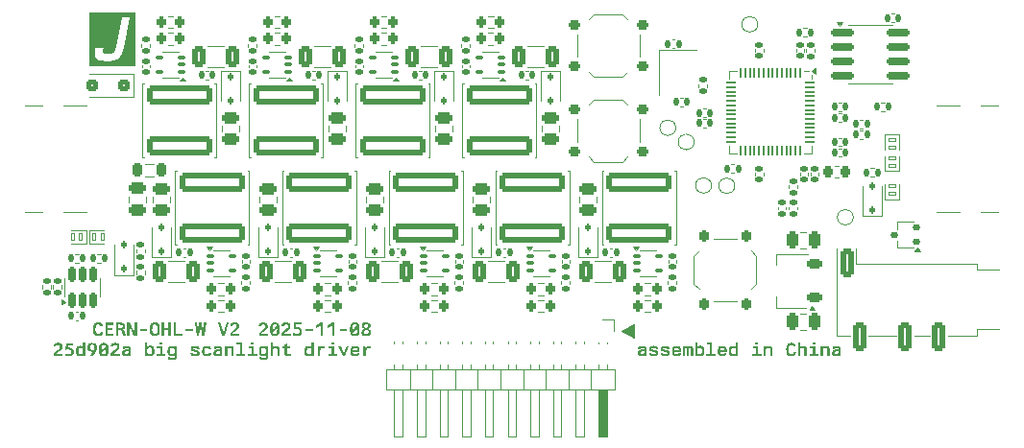
<source format=gto>
G04 #@! TF.GenerationSoftware,KiCad,Pcbnew,9.0.1-rc2*
G04 #@! TF.CreationDate,2025-11-09T15:09:06-08:00*
G04 #@! TF.ProjectId,bsl_drv_v1,62736c5f-6472-4765-9f76-312e6b696361,rev?*
G04 #@! TF.SameCoordinates,Original*
G04 #@! TF.FileFunction,Legend,Top*
G04 #@! TF.FilePolarity,Positive*
%FSLAX46Y46*%
G04 Gerber Fmt 4.6, Leading zero omitted, Abs format (unit mm)*
G04 Created by KiCad (PCBNEW 9.0.1-rc2) date 2025-11-09 15:09:06*
%MOMM*%
%LPD*%
G01*
G04 APERTURE LIST*
G04 Aperture macros list*
%AMRoundRect*
0 Rectangle with rounded corners*
0 $1 Rounding radius*
0 $2 $3 $4 $5 $6 $7 $8 $9 X,Y pos of 4 corners*
0 Add a 4 corners polygon primitive as box body*
4,1,4,$2,$3,$4,$5,$6,$7,$8,$9,$2,$3,0*
0 Add four circle primitives for the rounded corners*
1,1,$1+$1,$2,$3*
1,1,$1+$1,$4,$5*
1,1,$1+$1,$6,$7*
1,1,$1+$1,$8,$9*
0 Add four rect primitives between the rounded corners*
20,1,$1+$1,$2,$3,$4,$5,0*
20,1,$1+$1,$4,$5,$6,$7,0*
20,1,$1+$1,$6,$7,$8,$9,0*
20,1,$1+$1,$8,$9,$2,$3,0*%
%AMFreePoly0*
4,1,9,3.862500,-0.866500,0.737500,-0.866500,0.737500,-0.450000,-0.737500,-0.450000,-0.737500,0.450000,0.737500,0.450000,0.737500,0.866500,3.862500,0.866500,3.862500,-0.866500,3.862500,-0.866500,$1*%
G04 Aperture macros list end*
%ADD10C,0.300000*%
%ADD11C,0.100000*%
%ADD12C,0.400000*%
%ADD13C,0.120000*%
%ADD14C,1.300000*%
%ADD15C,1.000000*%
%ADD16RoundRect,0.112500X0.237500X-0.112500X0.237500X0.112500X-0.237500X0.112500X-0.237500X-0.112500X0*%
%ADD17R,1.350000X1.350000*%
%ADD18C,1.350000*%
%ADD19RoundRect,0.250000X0.300000X0.300000X-0.300000X0.300000X-0.300000X-0.300000X0.300000X-0.300000X0*%
%ADD20RoundRect,0.112500X0.112500X-0.187500X0.112500X0.187500X-0.112500X0.187500X-0.112500X-0.187500X0*%
%ADD21RoundRect,0.112500X-0.112500X0.187500X-0.112500X-0.187500X0.112500X-0.187500X0.112500X0.187500X0*%
%ADD22RoundRect,0.150000X0.150000X-0.512500X0.150000X0.512500X-0.150000X0.512500X-0.150000X-0.512500X0*%
%ADD23RoundRect,0.100000X-0.225000X-0.100000X0.225000X-0.100000X0.225000X0.100000X-0.225000X0.100000X0*%
%ADD24RoundRect,0.100000X0.225000X0.100000X-0.225000X0.100000X-0.225000X-0.100000X0.225000X-0.100000X0*%
%ADD25RoundRect,0.250000X-0.475000X0.250000X-0.475000X-0.250000X0.475000X-0.250000X0.475000X0.250000X0*%
%ADD26RoundRect,0.135000X0.185000X-0.135000X0.185000X0.135000X-0.185000X0.135000X-0.185000X-0.135000X0*%
%ADD27RoundRect,0.200000X0.200000X0.275000X-0.200000X0.275000X-0.200000X-0.275000X0.200000X-0.275000X0*%
%ADD28RoundRect,0.250000X-2.600000X0.600000X-2.600000X-0.600000X2.600000X-0.600000X2.600000X0.600000X0*%
%ADD29RoundRect,0.140000X-0.170000X0.140000X-0.170000X-0.140000X0.170000X-0.140000X0.170000X0.140000X0*%
%ADD30RoundRect,0.250000X-0.325000X-0.650000X0.325000X-0.650000X0.325000X0.650000X-0.325000X0.650000X0*%
%ADD31RoundRect,0.140000X-0.140000X-0.170000X0.140000X-0.170000X0.140000X0.170000X-0.140000X0.170000X0*%
%ADD32C,1.600000*%
%ADD33RoundRect,0.250000X0.350000X1.000000X-0.350000X1.000000X-0.350000X-1.000000X0.350000X-1.000000X0*%
%ADD34RoundRect,0.200000X-0.300000X-0.200000X0.300000X-0.200000X0.300000X0.200000X-0.300000X0.200000X0*%
%ADD35RoundRect,0.250000X0.325000X0.650000X-0.325000X0.650000X-0.325000X-0.650000X0.325000X-0.650000X0*%
%ADD36RoundRect,0.250000X2.600000X-0.600000X2.600000X0.600000X-2.600000X0.600000X-2.600000X-0.600000X0*%
%ADD37RoundRect,0.135000X-0.185000X0.135000X-0.185000X-0.135000X0.185000X-0.135000X0.185000X0.135000X0*%
%ADD38RoundRect,0.200000X-0.200000X-0.275000X0.200000X-0.275000X0.200000X0.275000X-0.200000X0.275000X0*%
%ADD39RoundRect,0.140000X0.170000X-0.140000X0.170000X0.140000X-0.170000X0.140000X-0.170000X-0.140000X0*%
%ADD40RoundRect,0.140000X0.140000X0.170000X-0.140000X0.170000X-0.140000X-0.170000X0.140000X-0.170000X0*%
%ADD41RoundRect,0.250000X0.475000X-0.250000X0.475000X0.250000X-0.475000X0.250000X-0.475000X-0.250000X0*%
%ADD42RoundRect,0.135000X-0.135000X-0.185000X0.135000X-0.185000X0.135000X0.185000X-0.135000X0.185000X0*%
%ADD43RoundRect,0.150000X-0.825000X-0.150000X0.825000X-0.150000X0.825000X0.150000X-0.825000X0.150000X0*%
%ADD44RoundRect,0.250000X0.250000X0.475000X-0.250000X0.475000X-0.250000X-0.475000X0.250000X-0.475000X0*%
%ADD45C,0.650000*%
%ADD46R,1.450000X0.600000*%
%ADD47R,1.450000X0.300000*%
%ADD48O,2.100000X1.000000*%
%ADD49O,1.600000X1.000000*%
%ADD50R,1.200000X1.400000*%
%ADD51RoundRect,0.218750X0.218750X0.256250X-0.218750X0.256250X-0.218750X-0.256250X0.218750X-0.256250X0*%
%ADD52RoundRect,0.225000X0.425000X0.225000X-0.425000X0.225000X-0.425000X-0.225000X0.425000X-0.225000X0*%
%ADD53FreePoly0,180.000000*%
%ADD54RoundRect,0.135000X0.135000X0.185000X-0.135000X0.185000X-0.135000X-0.185000X0.135000X-0.185000X0*%
%ADD55RoundRect,0.218750X-0.218750X-0.381250X0.218750X-0.381250X0.218750X0.381250X-0.218750X0.381250X0*%
%ADD56RoundRect,0.200000X0.300000X0.200000X-0.300000X0.200000X-0.300000X-0.200000X0.300000X-0.200000X0*%
%ADD57C,4.000000*%
%ADD58RoundRect,0.050000X0.150000X0.300000X-0.150000X0.300000X-0.150000X-0.300000X0.150000X-0.300000X0*%
%ADD59RoundRect,0.200000X-0.200000X0.300000X-0.200000X-0.300000X0.200000X-0.300000X0.200000X0.300000X0*%
%ADD60RoundRect,0.050000X0.300000X-0.150000X0.300000X0.150000X-0.300000X0.150000X-0.300000X-0.150000X0*%
%ADD61RoundRect,0.050000X-0.150000X-0.300000X0.150000X-0.300000X0.150000X0.300000X-0.150000X0.300000X0*%
%ADD62RoundRect,0.250000X-0.250000X-0.475000X0.250000X-0.475000X0.250000X0.475000X-0.250000X0.475000X0*%
%ADD63RoundRect,0.050000X-0.300000X0.150000X-0.300000X-0.150000X0.300000X-0.150000X0.300000X0.150000X0*%
%ADD64RoundRect,0.050000X-0.050000X0.387500X-0.050000X-0.387500X0.050000X-0.387500X0.050000X0.387500X0*%
%ADD65RoundRect,0.050000X-0.387500X0.050000X-0.387500X-0.050000X0.387500X-0.050000X0.387500X0.050000X0*%
%ADD66R,3.200000X3.200000*%
G04 APERTURE END LIST*
D10*
G36*
X42612547Y-116118955D02*
G01*
X42612547Y-116396000D01*
X43398764Y-116396000D01*
X43398764Y-116207908D01*
X42829214Y-116207908D01*
X42829214Y-116192741D01*
X42990664Y-116077090D01*
X43113005Y-115981157D01*
X43258376Y-115848048D01*
X43262697Y-115843742D01*
X43306558Y-115796340D01*
X43339120Y-115752038D01*
X43356938Y-115719092D01*
X43369725Y-115685028D01*
X43382327Y-115610870D01*
X43383597Y-115570214D01*
X43381150Y-115502691D01*
X43373400Y-115444195D01*
X43363064Y-115403840D01*
X43348693Y-115368584D01*
X43332462Y-115341566D01*
X43312656Y-115318118D01*
X43263767Y-115282413D01*
X43196187Y-115257147D01*
X43098981Y-115241718D01*
X42992173Y-115237702D01*
X42907651Y-115240153D01*
X42834987Y-115247927D01*
X42785788Y-115258161D01*
X42743029Y-115272367D01*
X42710931Y-115288103D01*
X42683133Y-115307241D01*
X42660791Y-115328415D01*
X42641803Y-115352906D01*
X42612748Y-115413496D01*
X42593914Y-115497536D01*
X42587341Y-115573585D01*
X42802323Y-115573585D01*
X42807980Y-115528923D01*
X42818614Y-115493086D01*
X42830215Y-115471839D01*
X42845431Y-115454673D01*
X42884435Y-115432616D01*
X42945718Y-115420961D01*
X42993859Y-115419199D01*
X43050984Y-115421711D01*
X43095519Y-115429913D01*
X43119811Y-115439547D01*
X43139004Y-115452782D01*
X43161686Y-115485851D01*
X43172532Y-115536534D01*
X43173670Y-115566844D01*
X43171116Y-115608202D01*
X43162614Y-115642435D01*
X43135345Y-115688565D01*
X43118203Y-115707821D01*
X43051330Y-115770893D01*
X42962571Y-115846634D01*
X42612547Y-116118955D01*
G37*
G36*
X43940471Y-116410068D02*
G01*
X44022749Y-116407661D01*
X44095509Y-116400191D01*
X44149296Y-116389797D01*
X44196954Y-116375390D01*
X44234142Y-116359151D01*
X44266894Y-116339461D01*
X44293555Y-116317881D01*
X44316637Y-116293054D01*
X44352254Y-116233934D01*
X44376204Y-116156895D01*
X44388139Y-116053292D01*
X44389047Y-116009412D01*
X44386637Y-115945987D01*
X44379150Y-115889873D01*
X44368678Y-115848166D01*
X44354137Y-115811056D01*
X44337323Y-115781297D01*
X44316837Y-115754904D01*
X44265996Y-115712625D01*
X44196532Y-115679969D01*
X44098952Y-115655586D01*
X44042906Y-115647517D01*
X43954301Y-115641408D01*
X43863168Y-115644147D01*
X43879947Y-115433267D01*
X44340321Y-115429897D01*
X44340321Y-115251771D01*
X43693468Y-115251771D01*
X43643129Y-115850923D01*
X43784678Y-115832714D01*
X43894109Y-115824736D01*
X44019385Y-115829014D01*
X44064400Y-115835915D01*
X44101165Y-115847267D01*
X44124553Y-115859660D01*
X44143486Y-115875450D01*
X44167509Y-115914204D01*
X44179410Y-115970781D01*
X44180732Y-116004356D01*
X44178306Y-116057112D01*
X44170704Y-116101831D01*
X44160587Y-116132083D01*
X44146609Y-116157737D01*
X44130620Y-116176992D01*
X44111162Y-116192920D01*
X44060925Y-116215527D01*
X43986627Y-116227351D01*
X43943841Y-116228644D01*
X43891670Y-116226180D01*
X43839954Y-116218309D01*
X43738785Y-116187572D01*
X43614553Y-116130825D01*
X43614553Y-116341191D01*
X43677730Y-116368054D01*
X43738814Y-116387695D01*
X43846144Y-116406231D01*
X43940471Y-116410068D01*
G37*
G36*
X45406147Y-116396000D02*
G01*
X45202889Y-116396000D01*
X45202889Y-116307266D01*
X45189406Y-116307266D01*
X45165276Y-116341787D01*
X45123808Y-116379780D01*
X45097219Y-116393844D01*
X45066397Y-116403970D01*
X45014900Y-116412237D01*
X44950903Y-116414757D01*
X44935065Y-116414641D01*
X44830783Y-116406025D01*
X44755934Y-116385476D01*
X44699564Y-116353329D01*
X44675946Y-116331856D01*
X44655449Y-116306641D01*
X44636513Y-116274717D01*
X44620913Y-116237895D01*
X44606716Y-116188576D01*
X44596483Y-116131918D01*
X44588743Y-116048906D01*
X44586297Y-115952699D01*
X44793000Y-115952699D01*
X44795603Y-116030546D01*
X44808634Y-116113521D01*
X44830995Y-116167233D01*
X44846112Y-116187339D01*
X44864237Y-116203744D01*
X44888106Y-116217902D01*
X44916167Y-116228104D01*
X44958947Y-116235932D01*
X45009668Y-116238390D01*
X45035520Y-116237673D01*
X45097255Y-116227085D01*
X45140294Y-116204393D01*
X45157925Y-116186926D01*
X45172481Y-116165238D01*
X45185984Y-116133778D01*
X45195785Y-116095562D01*
X45203777Y-116031485D01*
X45206259Y-115952699D01*
X45204713Y-115889436D01*
X45193292Y-115799397D01*
X45172709Y-115742712D01*
X45142184Y-115705252D01*
X45120469Y-115690983D01*
X45094938Y-115680718D01*
X45055923Y-115672843D01*
X45009668Y-115670378D01*
X44968854Y-115671867D01*
X44904505Y-115683970D01*
X44859973Y-115707623D01*
X44841934Y-115725263D01*
X44827080Y-115746916D01*
X44813422Y-115777825D01*
X44803531Y-115815061D01*
X44795489Y-115877015D01*
X44793000Y-115952699D01*
X44586297Y-115952699D01*
X44586642Y-115914876D01*
X44596097Y-115778041D01*
X44616320Y-115683951D01*
X44646021Y-115616800D01*
X44686294Y-115567368D01*
X44712211Y-115547222D01*
X44741677Y-115530718D01*
X44779460Y-115516188D01*
X44822212Y-115505753D01*
X44882355Y-115498061D01*
X44950903Y-115495623D01*
X45051508Y-115501360D01*
X45112244Y-115517289D01*
X45135040Y-115529527D01*
X45154173Y-115545069D01*
X45173505Y-115568991D01*
X45189406Y-115598791D01*
X45202889Y-115598791D01*
X45202889Y-115170438D01*
X45406147Y-115170438D01*
X45406147Y-116396000D01*
G37*
G36*
X46143545Y-115242680D02*
G01*
X46236054Y-115258085D01*
X46299089Y-115282876D01*
X46344761Y-115318679D01*
X46363658Y-115343175D01*
X46379112Y-115371784D01*
X46393380Y-115411516D01*
X46403631Y-115457909D01*
X46412314Y-115538178D01*
X46414895Y-115634914D01*
X46414083Y-115682838D01*
X46402521Y-115799034D01*
X46375472Y-115900821D01*
X46353650Y-115953507D01*
X46325802Y-116007211D01*
X46284825Y-116072781D01*
X46233873Y-116143067D01*
X46131370Y-116267391D01*
X45998265Y-116414757D01*
X45739539Y-116414757D01*
X45816039Y-116340031D01*
X45970308Y-116178678D01*
X46055853Y-116074025D01*
X46142759Y-115953065D01*
X46129277Y-115953065D01*
X46078844Y-115990835D01*
X46040748Y-116003609D01*
X45991524Y-116006774D01*
X45891193Y-116003752D01*
X45795335Y-115990372D01*
X45731169Y-115967527D01*
X45685299Y-115933972D01*
X45666453Y-115910890D01*
X45651044Y-115883788D01*
X45636808Y-115845946D01*
X45626572Y-115801571D01*
X45617789Y-115723219D01*
X45615241Y-115629859D01*
X45810101Y-115629859D01*
X45814694Y-115719153D01*
X45828686Y-115774720D01*
X45852828Y-115809792D01*
X45872176Y-115823565D01*
X45896197Y-115833552D01*
X45945601Y-115842835D01*
X46009989Y-115845501D01*
X46093036Y-115840957D01*
X46146636Y-115826732D01*
X46181439Y-115801642D01*
X46195491Y-115781188D01*
X46205888Y-115755668D01*
X46216051Y-115703333D01*
X46219989Y-115634914D01*
X46215109Y-115525146D01*
X46200192Y-115471148D01*
X46174610Y-115436288D01*
X46154162Y-115422471D01*
X46128934Y-115412466D01*
X46078421Y-115403309D01*
X46013360Y-115400661D01*
X45929283Y-115405959D01*
X45878833Y-115421087D01*
X45860464Y-115432754D01*
X45845466Y-115447739D01*
X45831903Y-115469739D01*
X45822042Y-115497186D01*
X45812766Y-115554568D01*
X45810101Y-115629859D01*
X45615241Y-115629859D01*
X45615195Y-115628173D01*
X45619709Y-115507645D01*
X45634769Y-115415806D01*
X45659337Y-115353169D01*
X45695037Y-115307714D01*
X45719552Y-115288874D01*
X45748221Y-115273462D01*
X45788131Y-115259212D01*
X45834780Y-115248972D01*
X45915712Y-115240283D01*
X46013360Y-115237702D01*
X46143545Y-115242680D01*
G37*
G36*
X47126304Y-115235896D02*
G01*
X47218774Y-115248834D01*
X47281850Y-115271917D01*
X47307459Y-115288184D01*
X47329893Y-115308051D01*
X47351957Y-115335219D01*
X47371113Y-115367803D01*
X47394620Y-115424542D01*
X47415216Y-115494450D01*
X47422068Y-115522153D01*
X47442362Y-115647156D01*
X47448340Y-115730026D01*
X47450533Y-115832238D01*
X47450486Y-115848079D01*
X47442593Y-116003516D01*
X47432321Y-116074874D01*
X47416901Y-116146359D01*
X47400696Y-116203294D01*
X47367851Y-116282541D01*
X47330051Y-116335048D01*
X47307016Y-116355356D01*
X47280913Y-116371823D01*
X47246163Y-116386629D01*
X47206144Y-116397283D01*
X47126857Y-116407297D01*
X47028848Y-116410068D01*
X46912807Y-116405895D01*
X46829174Y-116391652D01*
X46770233Y-116366930D01*
X46745664Y-116349417D01*
X46723871Y-116327958D01*
X46702408Y-116298846D01*
X46683579Y-116263826D01*
X46662525Y-116209269D01*
X46649281Y-116161453D01*
X46864204Y-116161453D01*
X46865824Y-116165958D01*
X46885827Y-116199232D01*
X46901954Y-116211787D01*
X46923104Y-116221010D01*
X46967848Y-116229467D01*
X47030533Y-116232015D01*
X47040929Y-116231963D01*
X47125509Y-116224278D01*
X47153395Y-116214726D01*
X47173953Y-116200681D01*
X47188888Y-116181628D01*
X47199906Y-116157054D01*
X47217013Y-116089279D01*
X47233311Y-115981920D01*
X47240533Y-115817144D01*
X47235478Y-115691115D01*
X46864204Y-116161453D01*
X46649281Y-116161453D01*
X46644166Y-116142988D01*
X46639014Y-116120064D01*
X46619964Y-115994120D01*
X46612294Y-115822200D01*
X46822219Y-115822200D01*
X46824527Y-115916017D01*
X46830572Y-115988456D01*
X47208586Y-115509691D01*
X47200294Y-115483027D01*
X47178539Y-115446791D01*
X47161971Y-115433320D01*
X47141054Y-115423495D01*
X47093940Y-115413920D01*
X47028848Y-115411212D01*
X46991029Y-115411995D01*
X46928331Y-115420710D01*
X46891805Y-115439512D01*
X46876021Y-115457926D01*
X46864026Y-115482298D01*
X46845739Y-115551750D01*
X46845087Y-115555254D01*
X46829546Y-115660554D01*
X46822219Y-115822200D01*
X46612294Y-115822200D01*
X46612219Y-115820515D01*
X46618624Y-115663843D01*
X46631200Y-115568954D01*
X46647463Y-115496136D01*
X46666899Y-115429636D01*
X46699478Y-115354630D01*
X46737428Y-115304620D01*
X46760945Y-115285086D01*
X46787858Y-115269193D01*
X46823967Y-115254899D01*
X46865955Y-115244626D01*
X46940684Y-115235765D01*
X47032219Y-115233159D01*
X47126304Y-115235896D01*
G37*
G36*
X47647857Y-116118955D02*
G01*
X47647857Y-116396000D01*
X48434075Y-116396000D01*
X48434075Y-116207908D01*
X47864525Y-116207908D01*
X47864525Y-116192741D01*
X48025974Y-116077090D01*
X48148315Y-115981157D01*
X48293687Y-115848048D01*
X48298007Y-115843742D01*
X48341868Y-115796340D01*
X48374431Y-115752038D01*
X48392249Y-115719092D01*
X48405035Y-115685028D01*
X48417638Y-115610870D01*
X48418907Y-115570214D01*
X48416460Y-115502691D01*
X48408710Y-115444195D01*
X48398375Y-115403840D01*
X48384004Y-115368584D01*
X48367772Y-115341566D01*
X48347967Y-115318118D01*
X48299077Y-115282413D01*
X48231498Y-115257147D01*
X48134291Y-115241718D01*
X48027484Y-115237702D01*
X47942962Y-115240153D01*
X47870298Y-115247927D01*
X47821099Y-115258161D01*
X47778339Y-115272367D01*
X47746242Y-115288103D01*
X47718444Y-115307241D01*
X47696102Y-115328415D01*
X47677114Y-115352906D01*
X47648059Y-115413496D01*
X47629224Y-115497536D01*
X47622651Y-115573585D01*
X47837634Y-115573585D01*
X47843291Y-115528923D01*
X47853924Y-115493086D01*
X47865525Y-115471839D01*
X47880742Y-115454673D01*
X47919746Y-115432616D01*
X47981028Y-115420961D01*
X48029169Y-115419199D01*
X48086295Y-115421711D01*
X48130829Y-115429913D01*
X48155122Y-115439547D01*
X48174314Y-115452782D01*
X48196997Y-115485851D01*
X48207843Y-115536534D01*
X48208981Y-115566844D01*
X48206426Y-115608202D01*
X48197924Y-115642435D01*
X48170656Y-115688565D01*
X48153513Y-115707821D01*
X48086640Y-115770893D01*
X47997881Y-115846634D01*
X47647857Y-116118955D01*
G37*
G36*
X49130157Y-115498232D02*
G01*
X49229531Y-115511970D01*
X49297856Y-115535676D01*
X49346858Y-115569690D01*
X49366609Y-115592129D01*
X49382800Y-115618101D01*
X49397122Y-115652080D01*
X49407429Y-115691106D01*
X49415171Y-115747916D01*
X49417616Y-115813700D01*
X49417616Y-116396000D01*
X49226081Y-116396000D01*
X49226081Y-116290853D01*
X49212672Y-116290853D01*
X49180627Y-116332263D01*
X49133328Y-116373835D01*
X49105697Y-116388605D01*
X49074893Y-116399146D01*
X49026118Y-116407530D01*
X48967355Y-116410068D01*
X48849365Y-116402948D01*
X48776898Y-116385093D01*
X48727008Y-116357300D01*
X48707385Y-116338558D01*
X48691320Y-116316455D01*
X48677128Y-116287083D01*
X48666907Y-116252877D01*
X48659065Y-116201155D01*
X48656605Y-116140351D01*
X48657354Y-116125330D01*
X48861549Y-116125330D01*
X48865568Y-116168703D01*
X48880802Y-116202138D01*
X48894953Y-116215028D01*
X48913769Y-116224453D01*
X48951715Y-116232846D01*
X49002672Y-116235385D01*
X49025399Y-116234995D01*
X49097630Y-116225753D01*
X49145738Y-116205400D01*
X49164680Y-116190174D01*
X49180394Y-116171273D01*
X49194827Y-116144540D01*
X49205614Y-116112172D01*
X49215097Y-116058156D01*
X49219340Y-115991900D01*
X49053084Y-115993585D01*
X49003880Y-115995513D01*
X48936007Y-116006760D01*
X48896392Y-116026633D01*
X48882260Y-116041296D01*
X48872087Y-116059247D01*
X48864038Y-116088824D01*
X48861549Y-116125330D01*
X48657354Y-116125330D01*
X48660272Y-116066830D01*
X48676125Y-115991228D01*
X48703693Y-115935434D01*
X48722712Y-115912295D01*
X48745458Y-115892216D01*
X48774711Y-115873653D01*
X48808884Y-115858351D01*
X48855590Y-115844300D01*
X48909842Y-115834162D01*
X48991958Y-115826342D01*
X49088328Y-115823885D01*
X49221025Y-115823885D01*
X49221025Y-115813700D01*
X49219949Y-115784475D01*
X49209176Y-115733665D01*
X49186556Y-115700490D01*
X49167497Y-115687251D01*
X49143406Y-115677613D01*
X49100032Y-115669506D01*
X49044658Y-115667008D01*
X49026835Y-115667219D01*
X48958962Y-115674764D01*
X48920991Y-115691495D01*
X48907728Y-115704579D01*
X48898392Y-115721027D01*
X48891294Y-115749858D01*
X48890125Y-115786369D01*
X48685108Y-115786369D01*
X48684618Y-115746831D01*
X48692885Y-115664735D01*
X48713267Y-115606798D01*
X48728201Y-115583555D01*
X48746656Y-115563430D01*
X48770651Y-115545085D01*
X48799175Y-115529964D01*
X48838839Y-115516038D01*
X48885479Y-115505980D01*
X48958238Y-115498090D01*
X49044658Y-115495623D01*
X49130157Y-115498232D01*
G37*
G36*
X50877358Y-115587873D02*
G01*
X50890767Y-115587873D01*
X50915849Y-115556228D01*
X50962929Y-115514776D01*
X50990444Y-115500055D01*
X51021158Y-115489541D01*
X51069466Y-115481225D01*
X51127658Y-115478697D01*
X51146340Y-115478860D01*
X51249838Y-115487798D01*
X51324341Y-115508663D01*
X51380583Y-115541179D01*
X51404190Y-115562889D01*
X51424676Y-115588357D01*
X51443622Y-115620613D01*
X51459227Y-115657794D01*
X51473437Y-115707606D01*
X51483676Y-115764801D01*
X51491429Y-115848690D01*
X51493876Y-115945884D01*
X51493317Y-115994780D01*
X51483148Y-116131572D01*
X51462368Y-116225866D01*
X51432198Y-116293261D01*
X51391526Y-116342892D01*
X51365453Y-116363101D01*
X51335857Y-116379658D01*
X51298049Y-116394204D01*
X51255329Y-116404652D01*
X51195606Y-116412322D01*
X51127658Y-116414757D01*
X51098404Y-116414071D01*
X51027122Y-116403290D01*
X50996344Y-116392009D01*
X50967526Y-116376163D01*
X50929782Y-116346717D01*
X50890767Y-116306900D01*
X50877358Y-116306900D01*
X50877358Y-116396000D01*
X50674026Y-116396000D01*
X50674647Y-115945884D01*
X50873988Y-115945884D01*
X50875916Y-116018077D01*
X50887919Y-116108620D01*
X50908940Y-116165763D01*
X50939745Y-116203494D01*
X50961450Y-116217808D01*
X50986887Y-116228102D01*
X51025235Y-116235931D01*
X51070505Y-116238390D01*
X51113667Y-116236632D01*
X51176435Y-116223943D01*
X51220396Y-116199461D01*
X51238364Y-116181166D01*
X51253168Y-116158748D01*
X51266828Y-116126691D01*
X51276721Y-116088111D01*
X51284758Y-116024047D01*
X51287247Y-115945884D01*
X51284403Y-115863597D01*
X51271082Y-115780330D01*
X51248499Y-115726383D01*
X51233302Y-115706201D01*
X51215118Y-115689737D01*
X51191254Y-115675553D01*
X51163245Y-115665335D01*
X51120768Y-115657521D01*
X51070505Y-115655064D01*
X51043578Y-115655862D01*
X50982613Y-115666704D01*
X50939871Y-115689761D01*
X50922283Y-115707533D01*
X50907759Y-115729585D01*
X50894259Y-115761615D01*
X50884461Y-115800514D01*
X50876469Y-115865724D01*
X50873988Y-115945884D01*
X50674647Y-115945884D01*
X50675711Y-115174614D01*
X50879043Y-115174614D01*
X50877358Y-115587873D01*
G37*
G36*
X51958353Y-115409893D02*
G01*
X52215321Y-115409893D01*
X52215321Y-115173002D01*
X51958353Y-115173002D01*
X51958353Y-115409893D01*
G37*
G36*
X51714720Y-116396000D02*
G01*
X52489214Y-116396000D01*
X52489214Y-116223002D01*
X52208653Y-116223002D01*
X52208653Y-115519070D01*
X51731500Y-115519070D01*
X51731500Y-115692140D01*
X52007006Y-115692140D01*
X52007006Y-116223002D01*
X51714720Y-116223002D01*
X51714720Y-116396000D01*
G37*
G36*
X53120929Y-115505548D02*
G01*
X53177278Y-115522330D01*
X53200450Y-115536231D01*
X53220664Y-115554187D01*
X53243769Y-115584412D01*
X53264441Y-115622971D01*
X53277850Y-115622971D01*
X53277850Y-115519070D01*
X53474441Y-115519070D01*
X53474441Y-116420912D01*
X53470184Y-116509879D01*
X53453962Y-116591929D01*
X53426761Y-116651381D01*
X53408486Y-116675534D01*
X53386773Y-116696435D01*
X53359445Y-116715425D01*
X53327722Y-116731050D01*
X53285125Y-116745219D01*
X53235962Y-116755430D01*
X53162984Y-116763210D01*
X53077962Y-116765661D01*
X52997813Y-116763688D01*
X52889883Y-116750962D01*
X52816703Y-116728391D01*
X52764900Y-116696062D01*
X52744226Y-116674977D01*
X52727162Y-116650570D01*
X52712023Y-116618979D01*
X52700844Y-116582741D01*
X52691937Y-116530316D01*
X52688150Y-116469712D01*
X52894853Y-116469712D01*
X52895620Y-116481735D01*
X52905511Y-116532913D01*
X52926054Y-116564680D01*
X52944133Y-116577412D01*
X52967750Y-116586740D01*
X53015395Y-116595111D01*
X53079647Y-116597646D01*
X53149987Y-116592985D01*
X53202091Y-116577527D01*
X53236997Y-116550493D01*
X53250911Y-116529232D01*
X53261103Y-116503190D01*
X53269683Y-116458931D01*
X53272794Y-116404060D01*
X53274480Y-116276418D01*
X53261071Y-116276418D01*
X53230392Y-116330644D01*
X53193673Y-116366439D01*
X53168417Y-116380047D01*
X53138257Y-116389902D01*
X53085161Y-116398168D01*
X53017438Y-116400689D01*
X53004820Y-116400613D01*
X52901131Y-116392289D01*
X52826256Y-116371904D01*
X52769616Y-116339844D01*
X52745881Y-116318472D01*
X52725212Y-116293346D01*
X52706219Y-116261807D01*
X52690515Y-116225431D01*
X52676396Y-116177560D01*
X52666178Y-116122673D01*
X52658687Y-116045768D01*
X52656277Y-115957242D01*
X52861221Y-115957242D01*
X52862778Y-116016853D01*
X52874297Y-116102073D01*
X52895263Y-116156463D01*
X52926881Y-116193041D01*
X52949730Y-116207178D01*
X52976708Y-116217364D01*
X53018309Y-116225228D01*
X53067850Y-116227692D01*
X53096679Y-116226914D01*
X53161617Y-116216312D01*
X53206151Y-116194085D01*
X53224098Y-116177279D01*
X53238887Y-116156491D01*
X53252472Y-116126699D01*
X53262322Y-116090645D01*
X53270313Y-116030690D01*
X53272794Y-115957242D01*
X53270791Y-115887218D01*
X53258597Y-115800540D01*
X53237164Y-115745197D01*
X53205393Y-115708135D01*
X53182742Y-115693912D01*
X53156130Y-115683672D01*
X53115709Y-115675841D01*
X53067850Y-115673383D01*
X53034643Y-115674466D01*
X52971589Y-115685876D01*
X52927752Y-115709129D01*
X52909893Y-115726724D01*
X52895169Y-115748430D01*
X52881575Y-115779632D01*
X52871722Y-115817348D01*
X52863706Y-115880237D01*
X52861221Y-115957242D01*
X52656277Y-115957242D01*
X52656992Y-115905023D01*
X52667688Y-115775731D01*
X52689106Y-115685602D01*
X52720234Y-115620409D01*
X52762526Y-115571789D01*
X52789890Y-115551780D01*
X52820980Y-115535374D01*
X52860991Y-115520865D01*
X52906260Y-115510441D01*
X52969997Y-115502751D01*
X53042644Y-115500312D01*
X53120929Y-115505548D01*
G37*
G36*
X55092086Y-116410068D02*
G01*
X55187719Y-116407599D01*
X55267882Y-116399700D01*
X55318805Y-116389687D01*
X55361995Y-116375838D01*
X55392807Y-116360909D01*
X55418709Y-116342819D01*
X55438442Y-116323224D01*
X55454478Y-116300642D01*
X55476497Y-116245261D01*
X55486461Y-116167892D01*
X55486880Y-116144600D01*
X55484426Y-116097706D01*
X55476625Y-116056247D01*
X55465881Y-116026157D01*
X55450810Y-115999018D01*
X55409816Y-115955204D01*
X55347526Y-115917553D01*
X55250690Y-115882237D01*
X55164333Y-115860375D01*
X55018202Y-115824258D01*
X54937088Y-115794681D01*
X54918308Y-115781993D01*
X54908235Y-115768725D01*
X54905607Y-115756108D01*
X54908092Y-115731138D01*
X54916113Y-115711020D01*
X54926710Y-115698471D01*
X54941558Y-115688412D01*
X54988855Y-115674450D01*
X55087030Y-115668693D01*
X55152812Y-115671266D01*
X55201072Y-115679898D01*
X55223797Y-115689214D01*
X55240927Y-115701918D01*
X55259207Y-115733216D01*
X55265083Y-115767905D01*
X55466730Y-115767905D01*
X55463828Y-115711546D01*
X55455664Y-115662872D01*
X55445021Y-115629418D01*
X55430346Y-115600293D01*
X55413543Y-115577722D01*
X55393031Y-115558275D01*
X55340494Y-115528311D01*
X55264333Y-115507577D01*
X55149129Y-115496651D01*
X55088715Y-115495623D01*
X54994022Y-115498093D01*
X54914832Y-115506010D01*
X54864833Y-115516008D01*
X54822517Y-115529835D01*
X54792427Y-115544726D01*
X54767202Y-115562770D01*
X54748026Y-115582349D01*
X54732521Y-115604919D01*
X54711438Y-115660537D01*
X54702467Y-115738772D01*
X54702274Y-115754496D01*
X54704723Y-115797894D01*
X54712487Y-115836110D01*
X54723210Y-115863839D01*
X54738239Y-115888723D01*
X54779539Y-115928910D01*
X54843418Y-115963370D01*
X54944950Y-115995520D01*
X55045045Y-116016812D01*
X55141835Y-116037405D01*
X55209819Y-116059020D01*
X55238755Y-116073658D01*
X55259356Y-116090054D01*
X55270659Y-116105196D01*
X55277426Y-116122164D01*
X55280251Y-116146286D01*
X55277770Y-116172562D01*
X55269784Y-116193681D01*
X55259318Y-116206750D01*
X55244696Y-116217195D01*
X55199094Y-116231435D01*
X55111156Y-116237162D01*
X55092086Y-116237071D01*
X55028008Y-116233826D01*
X54978588Y-116225045D01*
X54952268Y-116215226D01*
X54931708Y-116201947D01*
X54918223Y-116187455D01*
X54908340Y-116169919D01*
X54897930Y-116122548D01*
X54897180Y-116105912D01*
X54690551Y-116105912D01*
X54691268Y-116166098D01*
X54697476Y-116218453D01*
X54706783Y-116255022D01*
X54720260Y-116287081D01*
X54735970Y-116311970D01*
X54755403Y-116333635D01*
X54804832Y-116367235D01*
X54875284Y-116391426D01*
X54979217Y-116406306D01*
X55092086Y-116410068D01*
G37*
G36*
X56126039Y-116410068D02*
G01*
X56209133Y-116407611D01*
X56279715Y-116399795D01*
X56326229Y-116389660D01*
X56366188Y-116375617D01*
X56395634Y-116360165D01*
X56420776Y-116341391D01*
X56457237Y-116296481D01*
X56481591Y-116236059D01*
X56495272Y-116150261D01*
X56497313Y-116110968D01*
X56295666Y-116110968D01*
X56284414Y-116151512D01*
X56269284Y-116182778D01*
X56255119Y-116200222D01*
X56237745Y-116213604D01*
X56193556Y-116229226D01*
X56134392Y-116233700D01*
X56080174Y-116231232D01*
X56034601Y-116223336D01*
X56005192Y-116213165D01*
X55980231Y-116199050D01*
X55961519Y-116182880D01*
X55945939Y-116163082D01*
X55923194Y-116110889D01*
X55910115Y-116031225D01*
X55907613Y-115959586D01*
X55910084Y-115884903D01*
X55918003Y-115823295D01*
X55927916Y-115785238D01*
X55941601Y-115753490D01*
X55956537Y-115731026D01*
X55974661Y-115712613D01*
X56019167Y-115687641D01*
X56082706Y-115674281D01*
X56132707Y-115672064D01*
X56178189Y-115674582D01*
X56214462Y-115682833D01*
X56235480Y-115692880D01*
X56252774Y-115706808D01*
X56276658Y-115744722D01*
X56293981Y-115813334D01*
X56497313Y-115813334D01*
X56493501Y-115747128D01*
X56484567Y-115690025D01*
X56473436Y-115650887D01*
X56458380Y-115616855D01*
X56441598Y-115590864D01*
X56421306Y-115568450D01*
X56371337Y-115534575D01*
X56302080Y-115511155D01*
X56201664Y-115497870D01*
X56122669Y-115495623D01*
X56044073Y-115498059D01*
X55975090Y-115505735D01*
X55926018Y-115516145D01*
X55882629Y-115530627D01*
X55849022Y-115546921D01*
X55819408Y-115566773D01*
X55795045Y-115588856D01*
X55773901Y-115614420D01*
X55740458Y-115677190D01*
X55717078Y-115762359D01*
X55704324Y-115882243D01*
X55702669Y-115957901D01*
X55705108Y-116046015D01*
X55712800Y-116122854D01*
X55723134Y-116176695D01*
X55737491Y-116224021D01*
X55753467Y-116260117D01*
X55772894Y-116291743D01*
X55794179Y-116317282D01*
X55818754Y-116339321D01*
X55878014Y-116373420D01*
X55957097Y-116396664D01*
X56067056Y-116408809D01*
X56126039Y-116410068D01*
G37*
G36*
X57186653Y-115498232D02*
G01*
X57286028Y-115511970D01*
X57354353Y-115535676D01*
X57403355Y-115569690D01*
X57423106Y-115592129D01*
X57439296Y-115618101D01*
X57453619Y-115652080D01*
X57463926Y-115691106D01*
X57471667Y-115747916D01*
X57474113Y-115813700D01*
X57474113Y-116396000D01*
X57282578Y-116396000D01*
X57282578Y-116290853D01*
X57269169Y-116290853D01*
X57237124Y-116332263D01*
X57189825Y-116373835D01*
X57162194Y-116388605D01*
X57131390Y-116399146D01*
X57082615Y-116407530D01*
X57023852Y-116410068D01*
X56905862Y-116402948D01*
X56833395Y-116385093D01*
X56783505Y-116357300D01*
X56763881Y-116338558D01*
X56747817Y-116316455D01*
X56733625Y-116287083D01*
X56723404Y-116252877D01*
X56715562Y-116201155D01*
X56713101Y-116140351D01*
X56713850Y-116125330D01*
X56918046Y-116125330D01*
X56922065Y-116168703D01*
X56937299Y-116202138D01*
X56951450Y-116215028D01*
X56970266Y-116224453D01*
X57008212Y-116232846D01*
X57059169Y-116235385D01*
X57081896Y-116234995D01*
X57154127Y-116225753D01*
X57202235Y-116205400D01*
X57221176Y-116190174D01*
X57236891Y-116171273D01*
X57251323Y-116144540D01*
X57262111Y-116112172D01*
X57271594Y-116058156D01*
X57275837Y-115991900D01*
X57109581Y-115993585D01*
X57060377Y-115995513D01*
X56992503Y-116006760D01*
X56952889Y-116026633D01*
X56938757Y-116041296D01*
X56928584Y-116059247D01*
X56920535Y-116088824D01*
X56918046Y-116125330D01*
X56713850Y-116125330D01*
X56716769Y-116066830D01*
X56732622Y-115991228D01*
X56760190Y-115935434D01*
X56779209Y-115912295D01*
X56801955Y-115892216D01*
X56831208Y-115873653D01*
X56865381Y-115858351D01*
X56912087Y-115844300D01*
X56966339Y-115834162D01*
X57048455Y-115826342D01*
X57144825Y-115823885D01*
X57277522Y-115823885D01*
X57277522Y-115813700D01*
X57276446Y-115784475D01*
X57265673Y-115733665D01*
X57243053Y-115700490D01*
X57223994Y-115687251D01*
X57199903Y-115677613D01*
X57156529Y-115669506D01*
X57101154Y-115667008D01*
X57083331Y-115667219D01*
X57015459Y-115674764D01*
X56977488Y-115691495D01*
X56964225Y-115704579D01*
X56954888Y-115721027D01*
X56947791Y-115749858D01*
X56946622Y-115786369D01*
X56741605Y-115786369D01*
X56741115Y-115746831D01*
X56749382Y-115664735D01*
X56769764Y-115606798D01*
X56784698Y-115583555D01*
X56803153Y-115563430D01*
X56827148Y-115545085D01*
X56855671Y-115529964D01*
X56895336Y-115516038D01*
X56941976Y-115505980D01*
X57014735Y-115498090D01*
X57101154Y-115495623D01*
X57186653Y-115498232D01*
G37*
G36*
X57720163Y-116396000D02*
G01*
X57925108Y-116396000D01*
X57925108Y-115939729D01*
X57927582Y-115869616D01*
X57935524Y-115812127D01*
X57945403Y-115777064D01*
X57959035Y-115748001D01*
X57973974Y-115727531D01*
X57992113Y-115710932D01*
X58037449Y-115688741D01*
X58103891Y-115677977D01*
X58135108Y-115677120D01*
X58184548Y-115679615D01*
X58223671Y-115687700D01*
X58245958Y-115697472D01*
X58263764Y-115710934D01*
X58285692Y-115745630D01*
X58296719Y-115800345D01*
X58298066Y-115837074D01*
X58298066Y-116396000D01*
X58503011Y-116396000D01*
X58503011Y-115840445D01*
X58500555Y-115764256D01*
X58492741Y-115699215D01*
X58482551Y-115655946D01*
X58468414Y-115618648D01*
X58452746Y-115590924D01*
X58433683Y-115567213D01*
X58387539Y-115532539D01*
X58324647Y-115509448D01*
X58234550Y-115497137D01*
X58178778Y-115495623D01*
X58125876Y-115498147D01*
X58081146Y-115506439D01*
X58051940Y-115517092D01*
X58025656Y-115532050D01*
X57981101Y-115574085D01*
X57938517Y-115638431D01*
X57925108Y-115638431D01*
X57925108Y-115519070D01*
X57720163Y-115519070D01*
X57720163Y-116396000D01*
G37*
G36*
X58725540Y-116396000D02*
G01*
X59521796Y-116396000D01*
X59521796Y-116221317D01*
X59234567Y-116221317D01*
X59234567Y-115172050D01*
X58742320Y-115172050D01*
X58742320Y-115346806D01*
X59032920Y-115346806D01*
X59032920Y-116221317D01*
X58725540Y-116221317D01*
X58725540Y-116396000D01*
G37*
G36*
X60014849Y-115409893D02*
G01*
X60271817Y-115409893D01*
X60271817Y-115173002D01*
X60014849Y-115173002D01*
X60014849Y-115409893D01*
G37*
G36*
X59771217Y-116396000D02*
G01*
X60545711Y-116396000D01*
X60545711Y-116223002D01*
X60265150Y-116223002D01*
X60265150Y-115519070D01*
X59787997Y-115519070D01*
X59787997Y-115692140D01*
X60063503Y-115692140D01*
X60063503Y-116223002D01*
X59771217Y-116223002D01*
X59771217Y-116396000D01*
G37*
G36*
X61177426Y-115505548D02*
G01*
X61233775Y-115522330D01*
X61256947Y-115536231D01*
X61277161Y-115554187D01*
X61300266Y-115584412D01*
X61320938Y-115622971D01*
X61334347Y-115622971D01*
X61334347Y-115519070D01*
X61530938Y-115519070D01*
X61530938Y-116420912D01*
X61526681Y-116509879D01*
X61510459Y-116591929D01*
X61483258Y-116651381D01*
X61464983Y-116675534D01*
X61443270Y-116696435D01*
X61415942Y-116715425D01*
X61384219Y-116731050D01*
X61341622Y-116745219D01*
X61292458Y-116755430D01*
X61219481Y-116763210D01*
X61134459Y-116765661D01*
X61054310Y-116763688D01*
X60946380Y-116750962D01*
X60873200Y-116728391D01*
X60821397Y-116696062D01*
X60800723Y-116674977D01*
X60783659Y-116650570D01*
X60768520Y-116618979D01*
X60757341Y-116582741D01*
X60748434Y-116530316D01*
X60744647Y-116469712D01*
X60951350Y-116469712D01*
X60952117Y-116481735D01*
X60962008Y-116532913D01*
X60982551Y-116564680D01*
X61000630Y-116577412D01*
X61024247Y-116586740D01*
X61071891Y-116595111D01*
X61136144Y-116597646D01*
X61206484Y-116592985D01*
X61258588Y-116577527D01*
X61293494Y-116550493D01*
X61307407Y-116529232D01*
X61317600Y-116503190D01*
X61326180Y-116458931D01*
X61329291Y-116404060D01*
X61330976Y-116276418D01*
X61317568Y-116276418D01*
X61286888Y-116330644D01*
X61250170Y-116366439D01*
X61224914Y-116380047D01*
X61194754Y-116389902D01*
X61141658Y-116398168D01*
X61073935Y-116400689D01*
X61061316Y-116400613D01*
X60957628Y-116392289D01*
X60882753Y-116371904D01*
X60826113Y-116339844D01*
X60802378Y-116318472D01*
X60781709Y-116293346D01*
X60762716Y-116261807D01*
X60747012Y-116225431D01*
X60732893Y-116177560D01*
X60722675Y-116122673D01*
X60715183Y-116045768D01*
X60712773Y-115957242D01*
X60917718Y-115957242D01*
X60919275Y-116016853D01*
X60930794Y-116102073D01*
X60951760Y-116156463D01*
X60983377Y-116193041D01*
X61006227Y-116207178D01*
X61033205Y-116217364D01*
X61074806Y-116225228D01*
X61124347Y-116227692D01*
X61153176Y-116226914D01*
X61218114Y-116216312D01*
X61262648Y-116194085D01*
X61280595Y-116177279D01*
X61295384Y-116156491D01*
X61308969Y-116126699D01*
X61318819Y-116090645D01*
X61326810Y-116030690D01*
X61329291Y-115957242D01*
X61327288Y-115887218D01*
X61315094Y-115800540D01*
X61293661Y-115745197D01*
X61261889Y-115708135D01*
X61239239Y-115693912D01*
X61212627Y-115683672D01*
X61172206Y-115675841D01*
X61124347Y-115673383D01*
X61091140Y-115674466D01*
X61028086Y-115685876D01*
X60984249Y-115709129D01*
X60966390Y-115726724D01*
X60951666Y-115748430D01*
X60938072Y-115779632D01*
X60928219Y-115817348D01*
X60920203Y-115880237D01*
X60917718Y-115957242D01*
X60712773Y-115957242D01*
X60713489Y-115905023D01*
X60724185Y-115775731D01*
X60745603Y-115685602D01*
X60776730Y-115620409D01*
X60819023Y-115571789D01*
X60846387Y-115551780D01*
X60877477Y-115535374D01*
X60917487Y-115520865D01*
X60962757Y-115510441D01*
X61026494Y-115502751D01*
X61099141Y-115500312D01*
X61177426Y-115505548D01*
G37*
G36*
X61748412Y-116396000D02*
G01*
X61953356Y-116396000D01*
X61953356Y-115938117D01*
X61955845Y-115865137D01*
X61963886Y-115805661D01*
X61973746Y-115770172D01*
X61987353Y-115740848D01*
X62002187Y-115720367D01*
X62020206Y-115703802D01*
X62065180Y-115681788D01*
X62131274Y-115671191D01*
X62161671Y-115670378D01*
X62211700Y-115672883D01*
X62251250Y-115681033D01*
X62273598Y-115690823D01*
X62291474Y-115704318D01*
X62313546Y-115739112D01*
X62324805Y-115794065D01*
X62326315Y-115833704D01*
X62326315Y-116396000D01*
X62531259Y-116396000D01*
X62531259Y-115837074D01*
X62528801Y-115761403D01*
X62520975Y-115696869D01*
X62510787Y-115654068D01*
X62496652Y-115617193D01*
X62480980Y-115589792D01*
X62461907Y-115566370D01*
X62415624Y-115532086D01*
X62352293Y-115509240D01*
X62261128Y-115497087D01*
X62205341Y-115495623D01*
X62152799Y-115498135D01*
X62107827Y-115506338D01*
X62077885Y-115517006D01*
X62050982Y-115531986D01*
X62006655Y-115573319D01*
X61966765Y-115635134D01*
X61953356Y-115635134D01*
X61953356Y-115171390D01*
X61748412Y-115171390D01*
X61748412Y-116396000D01*
G37*
G36*
X63254389Y-116414684D02*
G01*
X63401544Y-116406083D01*
X63521542Y-116392849D01*
X63521542Y-116216408D01*
X63402666Y-116231539D01*
X63311542Y-116236558D01*
X63257544Y-116234059D01*
X63218822Y-116225943D01*
X63200171Y-116216889D01*
X63186529Y-116204611D01*
X63171997Y-116172578D01*
X63167048Y-116108916D01*
X63167048Y-115692140D01*
X63494651Y-115692140D01*
X63494651Y-115519070D01*
X63167048Y-115519070D01*
X63167048Y-115258732D01*
X62972142Y-115341017D01*
X62972142Y-115519070D01*
X62789033Y-115519070D01*
X62748733Y-115692140D01*
X62965474Y-115692140D01*
X62965474Y-116115584D01*
X62968233Y-116191805D01*
X62978164Y-116256791D01*
X62989110Y-116291694D01*
X63004428Y-116322229D01*
X63021279Y-116344688D01*
X63042071Y-116364019D01*
X63094260Y-116392336D01*
X63168646Y-116409723D01*
X63254389Y-116414684D01*
G37*
G36*
X65547390Y-116396000D02*
G01*
X65344131Y-116396000D01*
X65344131Y-116307266D01*
X65330648Y-116307266D01*
X65306518Y-116341787D01*
X65265050Y-116379780D01*
X65238461Y-116393844D01*
X65207640Y-116403970D01*
X65156143Y-116412237D01*
X65092145Y-116414757D01*
X65076307Y-116414641D01*
X64972025Y-116406025D01*
X64897176Y-116385476D01*
X64840806Y-116353329D01*
X64817188Y-116331856D01*
X64796692Y-116306641D01*
X64777755Y-116274717D01*
X64762155Y-116237895D01*
X64747958Y-116188576D01*
X64737725Y-116131918D01*
X64729985Y-116048906D01*
X64727540Y-115952699D01*
X64934242Y-115952699D01*
X64936845Y-116030546D01*
X64949876Y-116113521D01*
X64972237Y-116167233D01*
X64987354Y-116187339D01*
X65005479Y-116203744D01*
X65029348Y-116217902D01*
X65057409Y-116228104D01*
X65100190Y-116235932D01*
X65150910Y-116238390D01*
X65176762Y-116237673D01*
X65238497Y-116227085D01*
X65281536Y-116204393D01*
X65299167Y-116186926D01*
X65313723Y-116165238D01*
X65327227Y-116133778D01*
X65337027Y-116095562D01*
X65345020Y-116031485D01*
X65347501Y-115952699D01*
X65345955Y-115889436D01*
X65334534Y-115799397D01*
X65313951Y-115742712D01*
X65283426Y-115705252D01*
X65261712Y-115690983D01*
X65236180Y-115680718D01*
X65197165Y-115672843D01*
X65150910Y-115670378D01*
X65110097Y-115671867D01*
X65045747Y-115683970D01*
X65001215Y-115707623D01*
X64983176Y-115725263D01*
X64968322Y-115746916D01*
X64954664Y-115777825D01*
X64944773Y-115815061D01*
X64936731Y-115877015D01*
X64934242Y-115952699D01*
X64727540Y-115952699D01*
X64727884Y-115914876D01*
X64737339Y-115778041D01*
X64757562Y-115683951D01*
X64787263Y-115616800D01*
X64827536Y-115567368D01*
X64853453Y-115547222D01*
X64882919Y-115530718D01*
X64920702Y-115516188D01*
X64963455Y-115505753D01*
X65023597Y-115498061D01*
X65092145Y-115495623D01*
X65192750Y-115501360D01*
X65253486Y-115517289D01*
X65276282Y-115529527D01*
X65295415Y-115545069D01*
X65314748Y-115568991D01*
X65330648Y-115598791D01*
X65344131Y-115598791D01*
X65344131Y-115170438D01*
X65547390Y-115170438D01*
X65547390Y-116396000D01*
G37*
G36*
X65884152Y-116396000D02*
G01*
X66085725Y-116396000D01*
X66085725Y-115963690D01*
X66094383Y-115903984D01*
X66121921Y-115836850D01*
X66166691Y-115773460D01*
X66191691Y-115749484D01*
X66217173Y-115732030D01*
X66246999Y-115721450D01*
X66379674Y-115712608D01*
X66500669Y-115714709D01*
X66500669Y-115513062D01*
X66336099Y-115509691D01*
X66250804Y-115512631D01*
X66220946Y-115519614D01*
X66195598Y-115533212D01*
X66171747Y-115555630D01*
X66146381Y-115589073D01*
X66079057Y-115697856D01*
X66060519Y-115697856D01*
X66068946Y-115519070D01*
X65884152Y-115519070D01*
X65884152Y-116396000D01*
G37*
G36*
X67064284Y-115409893D02*
G01*
X67321252Y-115409893D01*
X67321252Y-115173002D01*
X67064284Y-115173002D01*
X67064284Y-115409893D01*
G37*
G36*
X66820652Y-116396000D02*
G01*
X67595146Y-116396000D01*
X67595146Y-116223002D01*
X67314584Y-116223002D01*
X67314584Y-115519070D01*
X66837431Y-115519070D01*
X66837431Y-115692140D01*
X67112937Y-115692140D01*
X67112937Y-116223002D01*
X66820652Y-116223002D01*
X66820652Y-116396000D01*
G37*
G36*
X68081385Y-116396000D02*
G01*
X68279661Y-116396000D01*
X68640823Y-115519070D01*
X68427452Y-115519070D01*
X68187264Y-116149070D01*
X68173782Y-116149070D01*
X67933520Y-115519070D01*
X67720223Y-115519070D01*
X68081385Y-116396000D01*
G37*
G36*
X69269614Y-115498730D02*
G01*
X69363355Y-115514110D01*
X69433000Y-115540891D01*
X69486739Y-115579762D01*
X69509541Y-115605247D01*
X69529147Y-115634646D01*
X69547177Y-115671690D01*
X69561692Y-115713908D01*
X69574401Y-115769868D01*
X69582884Y-115833520D01*
X69587994Y-115925122D01*
X69587435Y-116030221D01*
X68990994Y-116030221D01*
X69002330Y-116111673D01*
X69022499Y-116166295D01*
X69052798Y-116202303D01*
X69075190Y-116216296D01*
X69101960Y-116226382D01*
X69146531Y-116234562D01*
X69200994Y-116237071D01*
X69249096Y-116234494D01*
X69298128Y-116221286D01*
X69317160Y-116209493D01*
X69333081Y-116193756D01*
X69350976Y-116164975D01*
X69365638Y-116127015D01*
X69573953Y-116127015D01*
X69551715Y-116225703D01*
X69522253Y-116292105D01*
X69483103Y-116339948D01*
X69457706Y-116359390D01*
X69428514Y-116375332D01*
X69390095Y-116389549D01*
X69345887Y-116399787D01*
X69279889Y-116407610D01*
X69202679Y-116410068D01*
X69144951Y-116408799D01*
X69036974Y-116396560D01*
X68958940Y-116373107D01*
X68900200Y-116338620D01*
X68875742Y-116316261D01*
X68854554Y-116290355D01*
X68835160Y-116258183D01*
X68819211Y-116221464D01*
X68804850Y-116173217D01*
X68794516Y-116118323D01*
X68786806Y-116039748D01*
X68784364Y-115949621D01*
X68785371Y-115889555D01*
X68787113Y-115870633D01*
X68992679Y-115870633D01*
X69387473Y-115870633D01*
X69381002Y-115791831D01*
X69363074Y-115739315D01*
X69349745Y-115719579D01*
X69333265Y-115703481D01*
X69310743Y-115689379D01*
X69283878Y-115679223D01*
X69240835Y-115671182D01*
X69189270Y-115668693D01*
X69179049Y-115668783D01*
X69107573Y-115676655D01*
X69059560Y-115695866D01*
X69040982Y-115710126D01*
X69025515Y-115727935D01*
X69012090Y-115751779D01*
X69002234Y-115780512D01*
X68995046Y-115821582D01*
X68992679Y-115870633D01*
X68787113Y-115870633D01*
X68796798Y-115765464D01*
X68818930Y-115678298D01*
X68850978Y-115614698D01*
X68871268Y-115588996D01*
X68894716Y-115566819D01*
X68923202Y-115546960D01*
X68955586Y-115530670D01*
X68997511Y-115516187D01*
X69045002Y-115505782D01*
X69112357Y-115498065D01*
X69189270Y-115495623D01*
X69269614Y-115498730D01*
G37*
G36*
X69912400Y-116396000D02*
G01*
X70113974Y-116396000D01*
X70113974Y-115963690D01*
X70122631Y-115903984D01*
X70150170Y-115836850D01*
X70194939Y-115773460D01*
X70219939Y-115749484D01*
X70245421Y-115732030D01*
X70275247Y-115721450D01*
X70407922Y-115712608D01*
X70528918Y-115714709D01*
X70528918Y-115513062D01*
X70364347Y-115509691D01*
X70279053Y-115512631D01*
X70249195Y-115519614D01*
X70223846Y-115533212D01*
X70199995Y-115555630D01*
X70174630Y-115589073D01*
X70107306Y-115697856D01*
X70088768Y-115697856D01*
X70097194Y-115519070D01*
X69912400Y-115519070D01*
X69912400Y-116396000D01*
G37*
G36*
X60712547Y-114318955D02*
G01*
X60712547Y-114596000D01*
X61498764Y-114596000D01*
X61498764Y-114407908D01*
X60929214Y-114407908D01*
X60929214Y-114392741D01*
X61090664Y-114277090D01*
X61213005Y-114181157D01*
X61358376Y-114048048D01*
X61362697Y-114043742D01*
X61406558Y-113996340D01*
X61439120Y-113952038D01*
X61456938Y-113919092D01*
X61469725Y-113885028D01*
X61482327Y-113810870D01*
X61483597Y-113770214D01*
X61481150Y-113702691D01*
X61473400Y-113644195D01*
X61463064Y-113603840D01*
X61448693Y-113568584D01*
X61432462Y-113541566D01*
X61412656Y-113518118D01*
X61363767Y-113482413D01*
X61296187Y-113457147D01*
X61198981Y-113441718D01*
X61092173Y-113437702D01*
X61007651Y-113440153D01*
X60934987Y-113447927D01*
X60885788Y-113458161D01*
X60843029Y-113472367D01*
X60810931Y-113488103D01*
X60783133Y-113507241D01*
X60760791Y-113528415D01*
X60741803Y-113552906D01*
X60712748Y-113613496D01*
X60693914Y-113697536D01*
X60687341Y-113773585D01*
X60902323Y-113773585D01*
X60907980Y-113728923D01*
X60918614Y-113693086D01*
X60930215Y-113671839D01*
X60945431Y-113654673D01*
X60984435Y-113632616D01*
X61045718Y-113620961D01*
X61093859Y-113619199D01*
X61150984Y-113621711D01*
X61195519Y-113629913D01*
X61219811Y-113639547D01*
X61239004Y-113652782D01*
X61261686Y-113685851D01*
X61272532Y-113736534D01*
X61273670Y-113766844D01*
X61271116Y-113808202D01*
X61262614Y-113842435D01*
X61235345Y-113888565D01*
X61218203Y-113907821D01*
X61151330Y-113970893D01*
X61062571Y-114046634D01*
X60712547Y-114318955D01*
G37*
G36*
X62205118Y-113435896D02*
G01*
X62297588Y-113448834D01*
X62360664Y-113471917D01*
X62386273Y-113488184D01*
X62408706Y-113508051D01*
X62430771Y-113535219D01*
X62449927Y-113567803D01*
X62473434Y-113624542D01*
X62494030Y-113694450D01*
X62500882Y-113722153D01*
X62521176Y-113847156D01*
X62527153Y-113930026D01*
X62529347Y-114032238D01*
X62529300Y-114048079D01*
X62521407Y-114203516D01*
X62511135Y-114274874D01*
X62495715Y-114346359D01*
X62479510Y-114403294D01*
X62446665Y-114482541D01*
X62408865Y-114535048D01*
X62385830Y-114555356D01*
X62359727Y-114571823D01*
X62324976Y-114586629D01*
X62284958Y-114597283D01*
X62205670Y-114607297D01*
X62107662Y-114610068D01*
X61991621Y-114605895D01*
X61907987Y-114591652D01*
X61849046Y-114566930D01*
X61824478Y-114549417D01*
X61802685Y-114527958D01*
X61781222Y-114498846D01*
X61762393Y-114463826D01*
X61741339Y-114409269D01*
X61728094Y-114361453D01*
X61943018Y-114361453D01*
X61944637Y-114365958D01*
X61964641Y-114399232D01*
X61980768Y-114411787D01*
X62001918Y-114421010D01*
X62046661Y-114429467D01*
X62109347Y-114432015D01*
X62119743Y-114431963D01*
X62204322Y-114424278D01*
X62232208Y-114414726D01*
X62252766Y-114400681D01*
X62267702Y-114381628D01*
X62278720Y-114357054D01*
X62295826Y-114289279D01*
X62312125Y-114181920D01*
X62319347Y-114017144D01*
X62314291Y-113891115D01*
X61943018Y-114361453D01*
X61728094Y-114361453D01*
X61722979Y-114342988D01*
X61717828Y-114320064D01*
X61698778Y-114194120D01*
X61691107Y-114022200D01*
X61901032Y-114022200D01*
X61903340Y-114116017D01*
X61909385Y-114188456D01*
X62287400Y-113709691D01*
X62279108Y-113683027D01*
X62257353Y-113646791D01*
X62240785Y-113633320D01*
X62219868Y-113623495D01*
X62172753Y-113613920D01*
X62107662Y-113611212D01*
X62069842Y-113611995D01*
X62007144Y-113620710D01*
X61970618Y-113639512D01*
X61954835Y-113657926D01*
X61942839Y-113682298D01*
X61924553Y-113751750D01*
X61923901Y-113755254D01*
X61908360Y-113860554D01*
X61901032Y-114022200D01*
X61691107Y-114022200D01*
X61691032Y-114020515D01*
X61697438Y-113863843D01*
X61710013Y-113768954D01*
X61726277Y-113696136D01*
X61745713Y-113629636D01*
X61778291Y-113554630D01*
X61816242Y-113504620D01*
X61839759Y-113485086D01*
X61866672Y-113469193D01*
X61902780Y-113454899D01*
X61944769Y-113444626D01*
X62019498Y-113435765D01*
X62111032Y-113433159D01*
X62205118Y-113435896D01*
G37*
G36*
X62726671Y-114318955D02*
G01*
X62726671Y-114596000D01*
X63512889Y-114596000D01*
X63512889Y-114407908D01*
X62943339Y-114407908D01*
X62943339Y-114392741D01*
X63104788Y-114277090D01*
X63227129Y-114181157D01*
X63372501Y-114048048D01*
X63376821Y-114043742D01*
X63420682Y-113996340D01*
X63453244Y-113952038D01*
X63471063Y-113919092D01*
X63483849Y-113885028D01*
X63496451Y-113810870D01*
X63497721Y-113770214D01*
X63495274Y-113702691D01*
X63487524Y-113644195D01*
X63477189Y-113603840D01*
X63462817Y-113568584D01*
X63446586Y-113541566D01*
X63426781Y-113518118D01*
X63377891Y-113482413D01*
X63310311Y-113457147D01*
X63213105Y-113441718D01*
X63106297Y-113437702D01*
X63021775Y-113440153D01*
X62949112Y-113447927D01*
X62899912Y-113458161D01*
X62857153Y-113472367D01*
X62825056Y-113488103D01*
X62797257Y-113507241D01*
X62774915Y-113528415D01*
X62755928Y-113552906D01*
X62726873Y-113613496D01*
X62708038Y-113697536D01*
X62701465Y-113773585D01*
X62916448Y-113773585D01*
X62922105Y-113728923D01*
X62932738Y-113693086D01*
X62944339Y-113671839D01*
X62959556Y-113654673D01*
X62998560Y-113632616D01*
X63059842Y-113620961D01*
X63107983Y-113619199D01*
X63165109Y-113621711D01*
X63209643Y-113629913D01*
X63233936Y-113639547D01*
X63253128Y-113652782D01*
X63275810Y-113685851D01*
X63286656Y-113736534D01*
X63287794Y-113766844D01*
X63285240Y-113808202D01*
X63276738Y-113842435D01*
X63249469Y-113888565D01*
X63232327Y-113907821D01*
X63165454Y-113970893D01*
X63076695Y-114046634D01*
X62726671Y-114318955D01*
G37*
G36*
X64054595Y-114610068D02*
G01*
X64136874Y-114607661D01*
X64209633Y-114600191D01*
X64263420Y-114589797D01*
X64311078Y-114575390D01*
X64348267Y-114559151D01*
X64381018Y-114539461D01*
X64407679Y-114517881D01*
X64430761Y-114493054D01*
X64466378Y-114433934D01*
X64490329Y-114356895D01*
X64502263Y-114253292D01*
X64503171Y-114209412D01*
X64500762Y-114145987D01*
X64493274Y-114089873D01*
X64482802Y-114048166D01*
X64468261Y-114011056D01*
X64451447Y-113981297D01*
X64430962Y-113954904D01*
X64380120Y-113912625D01*
X64310656Y-113879969D01*
X64213076Y-113855586D01*
X64157030Y-113847517D01*
X64068425Y-113841408D01*
X63977292Y-113844147D01*
X63994071Y-113633267D01*
X64454445Y-113629897D01*
X64454445Y-113451771D01*
X63807592Y-113451771D01*
X63757254Y-114050923D01*
X63898802Y-114032714D01*
X64008234Y-114024736D01*
X64133510Y-114029014D01*
X64178525Y-114035915D01*
X64215289Y-114047267D01*
X64238677Y-114059660D01*
X64257610Y-114075450D01*
X64281634Y-114114204D01*
X64293534Y-114170781D01*
X64294856Y-114204356D01*
X64292431Y-114257112D01*
X64284828Y-114301831D01*
X64274711Y-114332083D01*
X64260733Y-114357737D01*
X64244745Y-114376992D01*
X64225286Y-114392920D01*
X64175049Y-114415527D01*
X64100751Y-114427351D01*
X64057965Y-114428644D01*
X64005794Y-114426180D01*
X63954078Y-114418309D01*
X63852909Y-114387572D01*
X63728677Y-114330825D01*
X63728677Y-114541191D01*
X63791855Y-114568054D01*
X63852938Y-114587695D01*
X63960269Y-114606231D01*
X64054595Y-114610068D01*
G37*
G36*
X64813042Y-114188016D02*
G01*
X65451395Y-114188016D01*
X65451395Y-114003222D01*
X64813042Y-114003222D01*
X64813042Y-114188016D01*
G37*
G36*
X66140966Y-114596000D02*
G01*
X66349281Y-114596000D01*
X66349281Y-113451771D01*
X66140966Y-113451771D01*
X65779731Y-113705002D01*
X65779731Y-113927385D01*
X66082128Y-113740392D01*
X66147634Y-113686610D01*
X66140966Y-113790951D01*
X66140966Y-114596000D01*
G37*
G36*
X67148028Y-114596000D02*
G01*
X67356343Y-114596000D01*
X67356343Y-113451771D01*
X67148028Y-113451771D01*
X66786793Y-113705002D01*
X66786793Y-113927385D01*
X67089190Y-113740392D01*
X67154696Y-113686610D01*
X67148028Y-113790951D01*
X67148028Y-114596000D01*
G37*
G36*
X67834228Y-114188016D02*
G01*
X68472581Y-114188016D01*
X68472581Y-114003222D01*
X67834228Y-114003222D01*
X67834228Y-114188016D01*
G37*
G36*
X69254553Y-113435896D02*
G01*
X69347022Y-113448834D01*
X69410098Y-113471917D01*
X69435707Y-113488184D01*
X69458141Y-113508051D01*
X69480205Y-113535219D01*
X69499361Y-113567803D01*
X69522868Y-113624542D01*
X69543464Y-113694450D01*
X69550316Y-113722153D01*
X69570611Y-113847156D01*
X69576588Y-113930026D01*
X69578782Y-114032238D01*
X69578734Y-114048079D01*
X69570842Y-114203516D01*
X69560570Y-114274874D01*
X69545150Y-114346359D01*
X69528945Y-114403294D01*
X69496100Y-114482541D01*
X69458300Y-114535048D01*
X69435265Y-114555356D01*
X69409162Y-114571823D01*
X69374411Y-114586629D01*
X69334393Y-114597283D01*
X69255105Y-114607297D01*
X69157096Y-114610068D01*
X69041055Y-114605895D01*
X68957422Y-114591652D01*
X68898481Y-114566930D01*
X68873913Y-114549417D01*
X68852120Y-114527958D01*
X68830657Y-114498846D01*
X68811828Y-114463826D01*
X68790774Y-114409269D01*
X68777529Y-114361453D01*
X68992452Y-114361453D01*
X68994072Y-114365958D01*
X69014076Y-114399232D01*
X69030202Y-114411787D01*
X69051353Y-114421010D01*
X69096096Y-114429467D01*
X69158782Y-114432015D01*
X69169177Y-114431963D01*
X69253757Y-114424278D01*
X69281643Y-114414726D01*
X69302201Y-114400681D01*
X69317136Y-114381628D01*
X69328154Y-114357054D01*
X69345261Y-114289279D01*
X69361560Y-114181920D01*
X69368782Y-114017144D01*
X69363726Y-113891115D01*
X68992452Y-114361453D01*
X68777529Y-114361453D01*
X68772414Y-114342988D01*
X68767262Y-114320064D01*
X68748212Y-114194120D01*
X68740542Y-114022200D01*
X68950467Y-114022200D01*
X68952775Y-114116017D01*
X68958820Y-114188456D01*
X69336835Y-113709691D01*
X69328543Y-113683027D01*
X69306787Y-113646791D01*
X69290220Y-113633320D01*
X69269303Y-113623495D01*
X69222188Y-113613920D01*
X69157096Y-113611212D01*
X69119277Y-113611995D01*
X69056579Y-113620710D01*
X69020053Y-113639512D01*
X69004270Y-113657926D01*
X68992274Y-113682298D01*
X68973988Y-113751750D01*
X68973336Y-113755254D01*
X68957795Y-113860554D01*
X68950467Y-114022200D01*
X68740542Y-114022200D01*
X68740467Y-114020515D01*
X68746873Y-113863843D01*
X68759448Y-113768954D01*
X68775711Y-113696136D01*
X68795147Y-113629636D01*
X68827726Y-113554630D01*
X68865677Y-113504620D01*
X68889194Y-113485086D01*
X68916106Y-113469193D01*
X68952215Y-113454899D01*
X68994203Y-113444626D01*
X69068933Y-113435765D01*
X69160467Y-113433159D01*
X69254553Y-113435896D01*
G37*
G36*
X70228936Y-113438503D02*
G01*
X70349931Y-113447988D01*
X70425335Y-113466531D01*
X70475701Y-113493981D01*
X70495288Y-113512358D01*
X70511230Y-113534027D01*
X70525561Y-113563617D01*
X70535850Y-113598319D01*
X70544570Y-113658743D01*
X70547156Y-113731893D01*
X70546972Y-113749789D01*
X70539359Y-113824060D01*
X70519936Y-113874333D01*
X70502964Y-113897114D01*
X70480705Y-113917739D01*
X70430889Y-113949234D01*
X70362362Y-113980874D01*
X70362362Y-113994283D01*
X70424120Y-114025263D01*
X70496590Y-114071739D01*
X70539315Y-114116110D01*
X70554597Y-114142432D01*
X70565470Y-114171642D01*
X70574752Y-114222293D01*
X70577418Y-114283637D01*
X70575383Y-114355262D01*
X70563114Y-114443044D01*
X70540746Y-114502546D01*
X70506532Y-114545981D01*
X70482228Y-114564219D01*
X70453393Y-114579179D01*
X70412200Y-114593212D01*
X70363391Y-114603329D01*
X70274766Y-114612156D01*
X70165844Y-114614757D01*
X70056143Y-114612054D01*
X69947875Y-114599335D01*
X69877448Y-114577677D01*
X69828718Y-114546549D01*
X69809284Y-114525715D01*
X69793442Y-114501363D01*
X69779083Y-114468105D01*
X69768780Y-114429339D01*
X69760141Y-114363138D01*
X69757786Y-114290378D01*
X69964270Y-114290378D01*
X69964912Y-114316155D01*
X69973825Y-114368788D01*
X69993773Y-114401443D01*
X70011553Y-114414592D01*
X70034699Y-114424237D01*
X70089648Y-114433974D01*
X70165844Y-114436704D01*
X70224549Y-114435327D01*
X70294983Y-114425652D01*
X70334428Y-114407581D01*
X70348576Y-114393602D01*
X70358788Y-114376110D01*
X70368116Y-114340419D01*
X70370788Y-114293749D01*
X70370661Y-114281656D01*
X70363173Y-114218938D01*
X70342828Y-114174576D01*
X70324094Y-114153484D01*
X70299159Y-114134189D01*
X70242097Y-114104088D01*
X70162473Y-114073344D01*
X70124589Y-114086301D01*
X70045960Y-114120744D01*
X70002380Y-114153926D01*
X69987231Y-114173964D01*
X69976422Y-114196752D01*
X69966962Y-114238465D01*
X69964270Y-114290378D01*
X69757786Y-114290378D01*
X69757568Y-114283637D01*
X69758820Y-114238639D01*
X69769898Y-114168116D01*
X69793985Y-114115795D01*
X69814549Y-114090570D01*
X69841036Y-114067059D01*
X69896533Y-114031300D01*
X69970938Y-113994283D01*
X69970938Y-113980874D01*
X69942916Y-113968159D01*
X69866905Y-113926098D01*
X69824091Y-113887203D01*
X69809011Y-113864069D01*
X69798246Y-113838017D01*
X69788829Y-113790703D01*
X69786144Y-113731893D01*
X69992773Y-113731893D01*
X69995269Y-113774140D01*
X70008626Y-113817125D01*
X70021960Y-113835612D01*
X70040529Y-113851869D01*
X70089669Y-113877941D01*
X70162473Y-113903424D01*
X70253569Y-113871784D01*
X70301657Y-113843435D01*
X70317191Y-113827381D01*
X70328232Y-113809129D01*
X70337817Y-113775655D01*
X70340526Y-113733578D01*
X70336260Y-113683105D01*
X70321555Y-113649633D01*
X70307663Y-113636685D01*
X70288901Y-113627127D01*
X70239431Y-113616939D01*
X70167529Y-113614143D01*
X70071367Y-113620106D01*
X70029371Y-113634263D01*
X70015185Y-113645473D01*
X70004941Y-113659883D01*
X69995467Y-113690601D01*
X69992773Y-113731893D01*
X69786144Y-113731893D01*
X69786455Y-113704187D01*
X69794911Y-113610623D01*
X69813673Y-113549543D01*
X69843758Y-113506090D01*
X69865475Y-113488057D01*
X69891572Y-113473257D01*
X69929340Y-113459342D01*
X69974552Y-113449289D01*
X70059692Y-113440323D01*
X70165844Y-113437702D01*
X70228936Y-113438503D01*
G37*
D11*
X93750000Y-114750000D02*
X92650000Y-114150000D01*
X93750000Y-113550000D01*
X93750000Y-114750000D01*
G36*
X93750000Y-114750000D02*
G01*
X92650000Y-114150000D01*
X93750000Y-113550000D01*
X93750000Y-114750000D01*
G37*
D10*
G36*
X46545956Y-114610068D02*
G01*
X46629997Y-114607612D01*
X46702218Y-114599800D01*
X46750884Y-114589552D01*
X46793212Y-114575317D01*
X46825019Y-114559537D01*
X46852607Y-114540328D01*
X46874868Y-114519012D01*
X46893837Y-114494328D01*
X46923115Y-114432971D01*
X46942486Y-114347390D01*
X46949176Y-114277849D01*
X46739176Y-114277849D01*
X46729438Y-114322767D01*
X46715475Y-114358367D01*
X46701853Y-114379121D01*
X46684899Y-114395643D01*
X46642811Y-114416356D01*
X46577586Y-114426199D01*
X46545956Y-114426959D01*
X46499027Y-114424517D01*
X46458247Y-114416806D01*
X46429570Y-114406337D01*
X46404493Y-114391749D01*
X46384526Y-114374509D01*
X46367286Y-114353320D01*
X46339972Y-114296813D01*
X46320889Y-114211566D01*
X46311310Y-114078058D01*
X46310750Y-114026450D01*
X46313224Y-113922511D01*
X46321164Y-113836514D01*
X46331060Y-113783441D01*
X46344719Y-113738963D01*
X46359256Y-113707972D01*
X46376831Y-113682273D01*
X46395645Y-113663191D01*
X46417276Y-113647986D01*
X46469970Y-113628126D01*
X46545956Y-113620884D01*
X46593328Y-113623379D01*
X46631923Y-113631463D01*
X46655473Y-113641583D01*
X46675219Y-113655628D01*
X46703254Y-113693341D01*
X46723892Y-113754396D01*
X46729064Y-113780033D01*
X46939064Y-113780033D01*
X46933930Y-113709663D01*
X46923832Y-113648796D01*
X46911868Y-113606934D01*
X46896048Y-113570427D01*
X46878697Y-113542538D01*
X46857892Y-113518391D01*
X46807596Y-113481916D01*
X46739463Y-113456462D01*
X46642989Y-113441283D01*
X46545956Y-113437702D01*
X46470628Y-113440129D01*
X46403475Y-113447738D01*
X46353863Y-113458292D01*
X46309363Y-113473003D01*
X46273945Y-113489784D01*
X46242242Y-113510261D01*
X46215561Y-113533184D01*
X46191937Y-113559746D01*
X46153206Y-113624768D01*
X46123931Y-113711863D01*
X46104203Y-113831692D01*
X46095796Y-114002016D01*
X46095694Y-114026450D01*
X46098134Y-114137048D01*
X46105833Y-114233963D01*
X46116194Y-114302291D01*
X46130599Y-114362653D01*
X46146508Y-114408631D01*
X46165839Y-114449191D01*
X46186543Y-114481570D01*
X46210375Y-114509847D01*
X46265489Y-114553344D01*
X46335144Y-114584089D01*
X46426420Y-114603373D01*
X46545956Y-114610068D01*
G37*
G36*
X47168335Y-114596000D02*
G01*
X47910882Y-114596000D01*
X47910882Y-114411205D01*
X47383318Y-114411205D01*
X47383318Y-114094227D01*
X47810059Y-114094227D01*
X47810059Y-113909433D01*
X47383318Y-113909433D01*
X47383318Y-113636638D01*
X47877250Y-113636638D01*
X47877250Y-113451771D01*
X47168335Y-113451771D01*
X47168335Y-114596000D01*
G37*
G36*
X48601769Y-113453762D02*
G01*
X48704499Y-113473289D01*
X48777139Y-113502080D01*
X48829721Y-113540456D01*
X48850743Y-113564549D01*
X48867974Y-113591769D01*
X48882917Y-113625797D01*
X48893721Y-113663980D01*
X48901665Y-113715962D01*
X48904462Y-113774538D01*
X48898061Y-113874847D01*
X48880472Y-113933828D01*
X48850978Y-113975626D01*
X48828786Y-113993202D01*
X48802004Y-114007386D01*
X48759501Y-114021492D01*
X48707944Y-114031359D01*
X48707944Y-114046453D01*
X48749437Y-114056226D01*
X48794449Y-114080014D01*
X48814279Y-114099373D01*
X48831426Y-114123951D01*
X48854037Y-114173222D01*
X48874274Y-114238428D01*
X48969968Y-114596000D01*
X48739818Y-114596000D01*
X48660903Y-114253595D01*
X48640500Y-114195626D01*
X48611732Y-114161178D01*
X48589769Y-114147675D01*
X48562839Y-114137882D01*
X48514351Y-114129579D01*
X48452588Y-114127053D01*
X48345024Y-114127053D01*
X48345024Y-114596000D01*
X48131653Y-114596000D01*
X48131653Y-113633561D01*
X48345024Y-113633561D01*
X48345024Y-113940647D01*
X48561765Y-113940647D01*
X48574578Y-113940413D01*
X48626111Y-113931922D01*
X48659250Y-113911440D01*
X48672443Y-113893664D01*
X48682050Y-113870937D01*
X48690264Y-113828814D01*
X48692777Y-113774538D01*
X48687215Y-113715356D01*
X48670672Y-113678146D01*
X48656373Y-113663765D01*
X48637779Y-113652792D01*
X48603341Y-113642355D01*
X48558394Y-113636931D01*
X48432832Y-113631509D01*
X48345024Y-113633561D01*
X48131653Y-113633561D01*
X48131653Y-113451771D01*
X48331615Y-113447081D01*
X48452368Y-113445353D01*
X48601769Y-113453762D01*
G37*
G36*
X49095045Y-114596000D02*
G01*
X49301674Y-114596000D01*
X49301674Y-113938962D01*
X49278154Y-113700312D01*
X49283210Y-113700312D01*
X49693171Y-114596000D01*
X49955195Y-114596000D01*
X49955195Y-113451771D01*
X49748565Y-113451771D01*
X49748565Y-114110347D01*
X49772086Y-114349070D01*
X49767030Y-114349070D01*
X49357142Y-113451771D01*
X49095045Y-113451771D01*
X49095045Y-114596000D01*
G37*
G36*
X50213042Y-114188016D02*
G01*
X50851395Y-114188016D01*
X50851395Y-114003222D01*
X50213042Y-114003222D01*
X50213042Y-114188016D01*
G37*
G36*
X51654850Y-113444131D02*
G01*
X51745091Y-113463176D01*
X51813993Y-113493752D01*
X51842854Y-113513741D01*
X51868607Y-113537231D01*
X51892276Y-113565615D01*
X51912845Y-113598168D01*
X51932090Y-113639086D01*
X51947934Y-113685543D01*
X51962310Y-113746747D01*
X51972652Y-113816143D01*
X51980360Y-113915045D01*
X51982801Y-114028135D01*
X51975089Y-114214074D01*
X51955978Y-114335135D01*
X51927295Y-114422792D01*
X51889205Y-114488020D01*
X51865954Y-114514603D01*
X51839661Y-114537538D01*
X51808414Y-114558003D01*
X51773474Y-114574773D01*
X51729530Y-114589476D01*
X51680499Y-114600024D01*
X51613972Y-114607640D01*
X51539281Y-114610068D01*
X51425566Y-114603951D01*
X51334378Y-114585221D01*
X51264958Y-114555014D01*
X51210091Y-114512054D01*
X51186367Y-114484039D01*
X51165752Y-114451903D01*
X51146490Y-114411551D01*
X51130633Y-114365736D01*
X51116254Y-114305409D01*
X51105909Y-114237011D01*
X51098201Y-114139558D01*
X51095760Y-114028135D01*
X51307445Y-114028135D01*
X51307860Y-114072681D01*
X51317008Y-114208280D01*
X51335741Y-114294515D01*
X51362677Y-114351436D01*
X51379674Y-114372704D01*
X51399372Y-114389994D01*
X51424107Y-114404608D01*
X51452396Y-114415088D01*
X51492785Y-114422828D01*
X51539281Y-114425274D01*
X51609886Y-114419005D01*
X51662938Y-114400091D01*
X51684582Y-114385446D01*
X51703396Y-114366969D01*
X51720933Y-114342029D01*
X51735435Y-114311870D01*
X51749080Y-114268403D01*
X51758966Y-114216424D01*
X51766950Y-114131315D01*
X51769431Y-114028135D01*
X51768948Y-113978528D01*
X51759669Y-113840874D01*
X51740957Y-113753769D01*
X51714172Y-113696507D01*
X51697317Y-113675184D01*
X51677786Y-113657854D01*
X51653303Y-113643237D01*
X51625299Y-113632755D01*
X51585321Y-113625015D01*
X51539281Y-113622570D01*
X51465934Y-113629521D01*
X51413605Y-113649188D01*
X51392084Y-113664339D01*
X51373352Y-113683396D01*
X51355830Y-113709125D01*
X51341327Y-113740197D01*
X51327698Y-113784823D01*
X51317817Y-113838124D01*
X51309914Y-113924152D01*
X51307445Y-114028135D01*
X51095760Y-114028135D01*
X51095824Y-114008549D01*
X51103893Y-113835082D01*
X51123300Y-113713523D01*
X51152211Y-113625490D01*
X51190465Y-113560005D01*
X51213765Y-113533337D01*
X51240087Y-113510332D01*
X51271319Y-113489823D01*
X51306214Y-113473020D01*
X51350032Y-113458302D01*
X51398884Y-113447744D01*
X51465052Y-113440130D01*
X51539281Y-113437702D01*
X51654850Y-113444131D01*
G37*
G36*
X52138066Y-114596000D02*
G01*
X52353122Y-114596000D01*
X52353122Y-114096498D01*
X52739563Y-114096498D01*
X52739563Y-114596000D01*
X52954546Y-114596000D01*
X52954546Y-113451771D01*
X52739563Y-113451771D01*
X52739563Y-113906648D01*
X52353122Y-113906648D01*
X52353122Y-113451771D01*
X52138066Y-113451771D01*
X52138066Y-114596000D01*
G37*
G36*
X53187187Y-114596000D02*
G01*
X53980073Y-114596000D01*
X53980073Y-114407908D01*
X53402170Y-114407908D01*
X53402170Y-113451771D01*
X53187187Y-113451771D01*
X53187187Y-114596000D01*
G37*
G36*
X54241290Y-114188016D02*
G01*
X54879644Y-114188016D01*
X54879644Y-114003222D01*
X54241290Y-114003222D01*
X54241290Y-114188016D01*
G37*
G36*
X55211350Y-114596000D02*
G01*
X55433147Y-114596000D01*
X55564159Y-113599635D01*
X55570900Y-113599635D01*
X55700226Y-114596000D01*
X55923709Y-114596000D01*
X56059776Y-113451771D01*
X55874982Y-113451771D01*
X55807718Y-114352441D01*
X55806106Y-114352441D01*
X55792623Y-114143613D01*
X55688503Y-113451771D01*
X55446556Y-113451771D01*
X55339064Y-114143613D01*
X55327267Y-114352441D01*
X55325582Y-114352441D01*
X55260076Y-113451771D01*
X55075282Y-113451771D01*
X55211350Y-114596000D01*
G37*
G36*
X57448956Y-114596000D02*
G01*
X57712665Y-114596000D01*
X58052065Y-113451771D01*
X57842065Y-113451771D01*
X57585024Y-114344014D01*
X57576598Y-114344014D01*
X57319556Y-113451771D01*
X57109556Y-113451771D01*
X57448956Y-114596000D01*
G37*
G36*
X58197292Y-114318955D02*
G01*
X58197292Y-114596000D01*
X58983510Y-114596000D01*
X58983510Y-114407908D01*
X58413960Y-114407908D01*
X58413960Y-114392741D01*
X58575409Y-114277090D01*
X58697750Y-114181157D01*
X58843122Y-114048048D01*
X58847442Y-114043742D01*
X58891303Y-113996340D01*
X58923865Y-113952038D01*
X58941684Y-113919092D01*
X58954470Y-113885028D01*
X58967072Y-113810870D01*
X58968342Y-113770214D01*
X58965895Y-113702691D01*
X58958145Y-113644195D01*
X58947810Y-113603840D01*
X58933438Y-113568584D01*
X58917207Y-113541566D01*
X58897402Y-113518118D01*
X58848512Y-113482413D01*
X58780933Y-113457147D01*
X58683726Y-113441718D01*
X58576919Y-113437702D01*
X58492396Y-113440153D01*
X58419733Y-113447927D01*
X58370533Y-113458161D01*
X58327774Y-113472367D01*
X58295677Y-113488103D01*
X58267878Y-113507241D01*
X58245536Y-113528415D01*
X58226549Y-113552906D01*
X58197494Y-113613496D01*
X58178659Y-113697536D01*
X58172086Y-113773585D01*
X58387069Y-113773585D01*
X58392726Y-113728923D01*
X58403359Y-113693086D01*
X58414960Y-113671839D01*
X58430177Y-113654673D01*
X58469181Y-113632616D01*
X58530463Y-113620961D01*
X58578604Y-113619199D01*
X58635730Y-113621711D01*
X58680264Y-113629913D01*
X58704557Y-113639547D01*
X58723749Y-113652782D01*
X58746431Y-113685851D01*
X58757277Y-113736534D01*
X58758415Y-113766844D01*
X58755861Y-113808202D01*
X58747359Y-113842435D01*
X58720090Y-113888565D01*
X58702948Y-113907821D01*
X58636075Y-113970893D01*
X58547316Y-114046634D01*
X58197292Y-114318955D01*
G37*
D12*
G36*
X49797515Y-90811338D02*
G01*
X45793383Y-90811338D01*
X45793383Y-89656991D01*
X46237827Y-89656991D01*
X46239211Y-89795446D01*
X46257903Y-89916640D01*
X46288116Y-90006975D01*
X46331993Y-90085868D01*
X46452491Y-90204514D01*
X46632296Y-90290410D01*
X46902933Y-90346773D01*
X47296058Y-90366894D01*
X47564605Y-90358719D01*
X47799311Y-90332760D01*
X47963762Y-90297950D01*
X48109887Y-90249423D01*
X48224677Y-90194362D01*
X48327230Y-90127035D01*
X48492301Y-89961947D01*
X48625912Y-89737881D01*
X48738936Y-89422537D01*
X48795953Y-89185003D01*
X49353071Y-86505903D01*
X48657711Y-86505903D01*
X48105234Y-89162533D01*
X48060909Y-89335178D01*
X48004771Y-89472896D01*
X47953399Y-89554169D01*
X47891988Y-89619240D01*
X47749481Y-89700188D01*
X47546065Y-89740349D01*
X47408898Y-89745540D01*
X47259731Y-89737378D01*
X47144720Y-89711504D01*
X47081115Y-89680285D01*
X47033603Y-89637741D01*
X46985971Y-89530601D01*
X46984152Y-89361677D01*
X47010049Y-89213091D01*
X46308828Y-89213091D01*
X46260392Y-89451050D01*
X46237827Y-89656991D01*
X45793383Y-89656991D01*
X45793383Y-86061459D01*
X49797515Y-86061459D01*
X49797515Y-90811338D01*
G37*
D10*
G36*
X94587784Y-115498232D02*
G01*
X94687159Y-115511970D01*
X94755483Y-115535676D01*
X94804486Y-115569690D01*
X94824236Y-115592129D01*
X94840427Y-115618101D01*
X94854749Y-115652080D01*
X94865056Y-115691106D01*
X94872798Y-115747916D01*
X94875244Y-115813700D01*
X94875244Y-116396000D01*
X94683709Y-116396000D01*
X94683709Y-116290853D01*
X94670300Y-116290853D01*
X94638254Y-116332263D01*
X94590955Y-116373835D01*
X94563324Y-116388605D01*
X94532520Y-116399146D01*
X94483746Y-116407530D01*
X94424982Y-116410068D01*
X94306992Y-116402948D01*
X94234525Y-116385093D01*
X94184635Y-116357300D01*
X94165012Y-116338558D01*
X94148948Y-116316455D01*
X94134755Y-116287083D01*
X94124535Y-116252877D01*
X94116692Y-116201155D01*
X94114232Y-116140351D01*
X94114981Y-116125330D01*
X94319176Y-116125330D01*
X94323195Y-116168703D01*
X94338430Y-116202138D01*
X94352581Y-116215028D01*
X94371397Y-116224453D01*
X94409342Y-116232846D01*
X94460300Y-116235385D01*
X94483026Y-116234995D01*
X94555258Y-116225753D01*
X94603365Y-116205400D01*
X94622307Y-116190174D01*
X94638021Y-116171273D01*
X94652454Y-116144540D01*
X94663241Y-116112172D01*
X94672725Y-116058156D01*
X94676967Y-115991900D01*
X94510711Y-115993585D01*
X94461508Y-115995513D01*
X94393634Y-116006760D01*
X94354020Y-116026633D01*
X94339887Y-116041296D01*
X94329714Y-116059247D01*
X94321666Y-116088824D01*
X94319176Y-116125330D01*
X94114981Y-116125330D01*
X94117899Y-116066830D01*
X94133752Y-115991228D01*
X94161321Y-115935434D01*
X94180339Y-115912295D01*
X94203085Y-115892216D01*
X94232338Y-115873653D01*
X94266512Y-115858351D01*
X94313218Y-115844300D01*
X94367470Y-115834162D01*
X94449586Y-115826342D01*
X94545956Y-115823885D01*
X94678653Y-115823885D01*
X94678653Y-115813700D01*
X94677577Y-115784475D01*
X94666803Y-115733665D01*
X94644184Y-115700490D01*
X94625125Y-115687251D01*
X94601034Y-115677613D01*
X94557659Y-115669506D01*
X94502285Y-115667008D01*
X94484462Y-115667219D01*
X94416589Y-115674764D01*
X94378618Y-115691495D01*
X94365356Y-115704579D01*
X94356019Y-115721027D01*
X94348922Y-115749858D01*
X94347752Y-115786369D01*
X94142735Y-115786369D01*
X94142245Y-115746831D01*
X94150512Y-115664735D01*
X94170894Y-115606798D01*
X94185828Y-115583555D01*
X94204284Y-115563430D01*
X94228278Y-115545085D01*
X94256802Y-115529964D01*
X94296466Y-115516038D01*
X94343107Y-115505980D01*
X94415866Y-115498090D01*
X94502285Y-115495623D01*
X94587784Y-115498232D01*
G37*
G36*
X95514403Y-116410068D02*
G01*
X95610036Y-116407599D01*
X95690199Y-116399700D01*
X95741122Y-116389687D01*
X95784312Y-116375838D01*
X95815123Y-116360909D01*
X95841026Y-116342819D01*
X95860759Y-116323224D01*
X95876795Y-116300642D01*
X95898813Y-116245261D01*
X95908777Y-116167892D01*
X95909197Y-116144600D01*
X95906743Y-116097706D01*
X95898942Y-116056247D01*
X95888198Y-116026157D01*
X95873127Y-115999018D01*
X95832133Y-115955204D01*
X95769842Y-115917553D01*
X95673007Y-115882237D01*
X95586650Y-115860375D01*
X95440519Y-115824258D01*
X95359405Y-115794681D01*
X95340625Y-115781993D01*
X95330551Y-115768725D01*
X95327923Y-115756108D01*
X95330409Y-115731138D01*
X95338429Y-115711020D01*
X95349026Y-115698471D01*
X95363875Y-115688412D01*
X95411172Y-115674450D01*
X95509347Y-115668693D01*
X95575129Y-115671266D01*
X95623389Y-115679898D01*
X95646114Y-115689214D01*
X95663243Y-115701918D01*
X95681524Y-115733216D01*
X95687400Y-115767905D01*
X95889047Y-115767905D01*
X95886145Y-115711546D01*
X95877981Y-115662872D01*
X95867338Y-115629418D01*
X95852663Y-115600293D01*
X95835860Y-115577722D01*
X95815347Y-115558275D01*
X95762811Y-115528311D01*
X95686650Y-115507577D01*
X95571446Y-115496651D01*
X95511032Y-115495623D01*
X95416339Y-115498093D01*
X95337148Y-115506010D01*
X95287150Y-115516008D01*
X95244834Y-115529835D01*
X95214744Y-115544726D01*
X95189519Y-115562770D01*
X95170343Y-115582349D01*
X95154838Y-115604919D01*
X95133755Y-115660537D01*
X95124784Y-115738772D01*
X95124591Y-115754496D01*
X95127040Y-115797894D01*
X95134803Y-115836110D01*
X95145527Y-115863839D01*
X95160556Y-115888723D01*
X95201856Y-115928910D01*
X95265735Y-115963370D01*
X95367267Y-115995520D01*
X95467362Y-116016812D01*
X95564151Y-116037405D01*
X95632136Y-116059020D01*
X95661072Y-116073658D01*
X95681673Y-116090054D01*
X95692975Y-116105196D01*
X95699743Y-116122164D01*
X95702568Y-116146286D01*
X95700087Y-116172562D01*
X95692101Y-116193681D01*
X95681635Y-116206750D01*
X95667013Y-116217195D01*
X95621410Y-116231435D01*
X95533473Y-116237162D01*
X95514403Y-116237071D01*
X95450325Y-116233826D01*
X95400905Y-116225045D01*
X95374585Y-116215226D01*
X95354024Y-116201947D01*
X95340540Y-116187455D01*
X95330657Y-116169919D01*
X95320247Y-116122548D01*
X95319497Y-116105912D01*
X95112868Y-116105912D01*
X95113585Y-116166098D01*
X95119793Y-116218453D01*
X95129100Y-116255022D01*
X95142577Y-116287081D01*
X95158286Y-116311970D01*
X95177720Y-116333635D01*
X95227149Y-116367235D01*
X95297601Y-116391426D01*
X95401534Y-116406306D01*
X95514403Y-116410068D01*
G37*
G36*
X96521465Y-116410068D02*
G01*
X96617098Y-116407599D01*
X96697261Y-116399700D01*
X96748184Y-116389687D01*
X96791374Y-116375838D01*
X96822186Y-116360909D01*
X96848088Y-116342819D01*
X96867821Y-116323224D01*
X96883857Y-116300642D01*
X96905875Y-116245261D01*
X96915839Y-116167892D01*
X96916259Y-116144600D01*
X96913805Y-116097706D01*
X96906004Y-116056247D01*
X96895260Y-116026157D01*
X96880189Y-115999018D01*
X96839195Y-115955204D01*
X96776905Y-115917553D01*
X96680069Y-115882237D01*
X96593712Y-115860375D01*
X96447581Y-115824258D01*
X96366467Y-115794681D01*
X96347687Y-115781993D01*
X96337614Y-115768725D01*
X96334986Y-115756108D01*
X96337471Y-115731138D01*
X96345492Y-115711020D01*
X96356089Y-115698471D01*
X96370937Y-115688412D01*
X96418234Y-115674450D01*
X96516409Y-115668693D01*
X96582191Y-115671266D01*
X96630451Y-115679898D01*
X96653176Y-115689214D01*
X96670306Y-115701918D01*
X96688586Y-115733216D01*
X96694462Y-115767905D01*
X96896109Y-115767905D01*
X96893207Y-115711546D01*
X96885043Y-115662872D01*
X96874400Y-115629418D01*
X96859725Y-115600293D01*
X96842922Y-115577722D01*
X96822409Y-115558275D01*
X96769873Y-115528311D01*
X96693712Y-115507577D01*
X96578508Y-115496651D01*
X96518094Y-115495623D01*
X96423401Y-115498093D01*
X96344210Y-115506010D01*
X96294212Y-115516008D01*
X96251896Y-115529835D01*
X96221806Y-115544726D01*
X96196581Y-115562770D01*
X96177405Y-115582349D01*
X96161900Y-115604919D01*
X96140817Y-115660537D01*
X96131846Y-115738772D01*
X96131653Y-115754496D01*
X96134102Y-115797894D01*
X96141865Y-115836110D01*
X96152589Y-115863839D01*
X96167618Y-115888723D01*
X96208918Y-115928910D01*
X96272797Y-115963370D01*
X96374329Y-115995520D01*
X96474424Y-116016812D01*
X96571213Y-116037405D01*
X96639198Y-116059020D01*
X96668134Y-116073658D01*
X96688735Y-116090054D01*
X96700037Y-116105196D01*
X96706805Y-116122164D01*
X96709630Y-116146286D01*
X96707149Y-116172562D01*
X96699163Y-116193681D01*
X96688697Y-116206750D01*
X96674075Y-116217195D01*
X96628473Y-116231435D01*
X96540535Y-116237162D01*
X96521465Y-116237071D01*
X96457387Y-116233826D01*
X96407967Y-116225045D01*
X96381647Y-116215226D01*
X96361086Y-116201947D01*
X96347602Y-116187455D01*
X96337719Y-116169919D01*
X96327309Y-116122548D01*
X96326559Y-116105912D01*
X96119930Y-116105912D01*
X96120647Y-116166098D01*
X96126855Y-116218453D01*
X96136162Y-116255022D01*
X96149639Y-116287081D01*
X96165349Y-116311970D01*
X96184782Y-116333635D01*
X96234211Y-116367235D01*
X96304663Y-116391426D01*
X96408596Y-116406306D01*
X96521465Y-116410068D01*
G37*
G36*
X97607186Y-115498730D02*
G01*
X97700927Y-115514110D01*
X97770571Y-115540891D01*
X97824311Y-115579762D01*
X97847113Y-115605247D01*
X97866719Y-115634646D01*
X97884748Y-115671690D01*
X97899264Y-115713908D01*
X97911973Y-115769868D01*
X97920455Y-115833520D01*
X97925565Y-115925122D01*
X97925006Y-116030221D01*
X97328565Y-116030221D01*
X97339901Y-116111673D01*
X97360071Y-116166295D01*
X97390370Y-116202303D01*
X97412761Y-116216296D01*
X97439532Y-116226382D01*
X97484103Y-116234562D01*
X97538565Y-116237071D01*
X97586667Y-116234494D01*
X97635700Y-116221286D01*
X97654732Y-116209493D01*
X97670653Y-116193756D01*
X97688548Y-116164975D01*
X97703210Y-116127015D01*
X97911524Y-116127015D01*
X97889287Y-116225703D01*
X97859824Y-116292105D01*
X97820674Y-116339948D01*
X97795278Y-116359390D01*
X97766086Y-116375332D01*
X97727666Y-116389549D01*
X97683458Y-116399787D01*
X97617460Y-116407610D01*
X97540251Y-116410068D01*
X97482523Y-116408799D01*
X97374546Y-116396560D01*
X97296512Y-116373107D01*
X97237771Y-116338620D01*
X97213313Y-116316261D01*
X97192125Y-116290355D01*
X97172731Y-116258183D01*
X97156783Y-116221464D01*
X97142421Y-116173217D01*
X97132088Y-116118323D01*
X97124377Y-116039748D01*
X97121936Y-115949621D01*
X97122942Y-115889555D01*
X97124685Y-115870633D01*
X97330251Y-115870633D01*
X97725045Y-115870633D01*
X97718573Y-115791831D01*
X97700646Y-115739315D01*
X97687317Y-115719579D01*
X97670836Y-115703481D01*
X97648315Y-115689379D01*
X97621449Y-115679223D01*
X97578407Y-115671182D01*
X97526842Y-115668693D01*
X97516620Y-115668783D01*
X97445145Y-115676655D01*
X97397131Y-115695866D01*
X97378554Y-115710126D01*
X97363086Y-115727935D01*
X97349661Y-115751779D01*
X97339806Y-115780512D01*
X97332617Y-115821582D01*
X97330251Y-115870633D01*
X97124685Y-115870633D01*
X97134370Y-115765464D01*
X97156501Y-115678298D01*
X97188550Y-115614698D01*
X97208840Y-115588996D01*
X97232287Y-115566819D01*
X97260774Y-115546960D01*
X97293157Y-115530670D01*
X97335083Y-115516187D01*
X97382574Y-115505782D01*
X97449928Y-115498065D01*
X97526842Y-115495623D01*
X97607186Y-115498730D01*
G37*
G36*
X98070233Y-116396000D02*
G01*
X98256713Y-116396000D01*
X98256713Y-115899356D01*
X98259276Y-115811449D01*
X98267838Y-115748519D01*
X98276799Y-115720474D01*
X98288923Y-115700100D01*
X98301364Y-115688623D01*
X98316289Y-115681291D01*
X98345739Y-115677120D01*
X98373841Y-115679605D01*
X98396455Y-115687625D01*
X98410330Y-115698020D01*
X98421468Y-115712524D01*
X98436608Y-115756716D01*
X98443212Y-115839884D01*
X98443192Y-115867336D01*
X98439822Y-116396000D01*
X98624616Y-116396000D01*
X98624616Y-115890930D01*
X98627165Y-115809295D01*
X98635634Y-115749880D01*
X98644702Y-115722309D01*
X98657003Y-115701965D01*
X98669814Y-115690115D01*
X98685223Y-115682300D01*
X98720383Y-115677120D01*
X98744280Y-115679605D01*
X98763677Y-115687625D01*
X98785920Y-115713423D01*
X98799979Y-115762040D01*
X98806039Y-115867336D01*
X98806039Y-116396000D01*
X98992519Y-116396000D01*
X98992519Y-115837074D01*
X98990034Y-115744008D01*
X98982017Y-115668160D01*
X98972215Y-115622947D01*
X98958706Y-115585579D01*
X98944337Y-115559971D01*
X98926962Y-115539145D01*
X98886016Y-115512048D01*
X98830030Y-115498001D01*
X98785889Y-115495623D01*
X98741753Y-115498128D01*
X98705696Y-115506284D01*
X98683344Y-115516587D01*
X98664209Y-115530944D01*
X98634519Y-115571348D01*
X98612819Y-115625023D01*
X98611133Y-115625023D01*
X98596561Y-115583475D01*
X98578629Y-115551121D01*
X98562514Y-115532697D01*
X98543296Y-115518409D01*
X98495840Y-115501317D01*
X98424654Y-115495623D01*
X98390639Y-115498796D01*
X98361489Y-115507576D01*
X98341098Y-115519140D01*
X98322339Y-115535347D01*
X98285778Y-115586289D01*
X98265066Y-115626488D01*
X98251657Y-115626488D01*
X98251657Y-115519070D01*
X98070233Y-115519070D01*
X98070233Y-116396000D01*
G37*
G36*
X99356172Y-115587873D02*
G01*
X99369581Y-115587873D01*
X99394663Y-115556228D01*
X99441743Y-115514776D01*
X99469258Y-115500055D01*
X99499971Y-115489541D01*
X99548280Y-115481225D01*
X99606472Y-115478697D01*
X99625153Y-115478860D01*
X99728652Y-115487798D01*
X99803154Y-115508663D01*
X99859397Y-115541179D01*
X99883004Y-115562889D01*
X99903490Y-115588357D01*
X99922436Y-115620613D01*
X99938041Y-115657794D01*
X99952251Y-115707606D01*
X99962490Y-115764801D01*
X99970242Y-115848690D01*
X99972690Y-115945884D01*
X99972131Y-115994780D01*
X99961962Y-116131572D01*
X99941181Y-116225866D01*
X99911012Y-116293261D01*
X99870340Y-116342892D01*
X99844266Y-116363101D01*
X99814671Y-116379658D01*
X99776862Y-116394204D01*
X99734143Y-116404652D01*
X99674420Y-116412322D01*
X99606472Y-116414757D01*
X99577217Y-116414071D01*
X99505936Y-116403290D01*
X99475157Y-116392009D01*
X99446340Y-116376163D01*
X99408596Y-116346717D01*
X99369581Y-116306900D01*
X99356172Y-116306900D01*
X99356172Y-116396000D01*
X99152840Y-116396000D01*
X99153461Y-115945884D01*
X99352801Y-115945884D01*
X99354729Y-116018077D01*
X99366732Y-116108620D01*
X99387753Y-116165763D01*
X99418559Y-116203494D01*
X99440264Y-116217808D01*
X99465701Y-116228102D01*
X99504049Y-116235931D01*
X99549319Y-116238390D01*
X99592481Y-116236632D01*
X99655249Y-116223943D01*
X99699210Y-116199461D01*
X99717178Y-116181166D01*
X99731982Y-116158748D01*
X99745642Y-116126691D01*
X99755535Y-116088111D01*
X99763572Y-116024047D01*
X99766060Y-115945884D01*
X99763217Y-115863597D01*
X99749895Y-115780330D01*
X99727313Y-115726383D01*
X99712116Y-115706201D01*
X99693932Y-115689737D01*
X99670067Y-115675553D01*
X99642059Y-115665335D01*
X99599582Y-115657521D01*
X99549319Y-115655064D01*
X99522391Y-115655862D01*
X99461427Y-115666704D01*
X99418685Y-115689761D01*
X99401097Y-115707533D01*
X99386572Y-115729585D01*
X99373072Y-115761615D01*
X99363274Y-115800514D01*
X99355283Y-115865724D01*
X99352801Y-115945884D01*
X99153461Y-115945884D01*
X99154525Y-115174614D01*
X99357857Y-115174614D01*
X99356172Y-115587873D01*
G37*
G36*
X100154919Y-116396000D02*
G01*
X100951175Y-116396000D01*
X100951175Y-116221317D01*
X100663946Y-116221317D01*
X100663946Y-115172050D01*
X100171699Y-115172050D01*
X100171699Y-115346806D01*
X100462299Y-115346806D01*
X100462299Y-116221317D01*
X100154919Y-116221317D01*
X100154919Y-116396000D01*
G37*
G36*
X101635434Y-115498730D02*
G01*
X101729175Y-115514110D01*
X101798820Y-115540891D01*
X101852559Y-115579762D01*
X101875361Y-115605247D01*
X101894967Y-115634646D01*
X101912997Y-115671690D01*
X101927512Y-115713908D01*
X101940221Y-115769868D01*
X101948704Y-115833520D01*
X101953814Y-115925122D01*
X101953255Y-116030221D01*
X101356814Y-116030221D01*
X101368150Y-116111673D01*
X101388319Y-116166295D01*
X101418618Y-116202303D01*
X101441010Y-116216296D01*
X101467780Y-116226382D01*
X101512351Y-116234562D01*
X101566814Y-116237071D01*
X101614916Y-116234494D01*
X101663948Y-116221286D01*
X101682980Y-116209493D01*
X101698901Y-116193756D01*
X101716796Y-116164975D01*
X101731458Y-116127015D01*
X101939773Y-116127015D01*
X101917535Y-116225703D01*
X101888073Y-116292105D01*
X101848923Y-116339948D01*
X101823526Y-116359390D01*
X101794334Y-116375332D01*
X101755915Y-116389549D01*
X101711707Y-116399787D01*
X101645709Y-116407610D01*
X101568499Y-116410068D01*
X101510771Y-116408799D01*
X101402794Y-116396560D01*
X101324760Y-116373107D01*
X101266020Y-116338620D01*
X101241562Y-116316261D01*
X101220374Y-116290355D01*
X101200980Y-116258183D01*
X101185031Y-116221464D01*
X101170670Y-116173217D01*
X101160336Y-116118323D01*
X101152626Y-116039748D01*
X101150184Y-115949621D01*
X101151190Y-115889555D01*
X101152933Y-115870633D01*
X101358499Y-115870633D01*
X101753293Y-115870633D01*
X101746822Y-115791831D01*
X101728894Y-115739315D01*
X101715565Y-115719579D01*
X101699085Y-115703481D01*
X101676563Y-115689379D01*
X101649698Y-115679223D01*
X101606655Y-115671182D01*
X101555090Y-115668693D01*
X101544869Y-115668783D01*
X101473393Y-115676655D01*
X101425380Y-115695866D01*
X101406802Y-115710126D01*
X101391335Y-115727935D01*
X101377910Y-115751779D01*
X101368054Y-115780512D01*
X101360866Y-115821582D01*
X101358499Y-115870633D01*
X101152933Y-115870633D01*
X101162618Y-115765464D01*
X101184750Y-115678298D01*
X101216798Y-115614698D01*
X101237088Y-115588996D01*
X101260536Y-115566819D01*
X101289022Y-115546960D01*
X101321406Y-115530670D01*
X101363331Y-115516187D01*
X101410822Y-115505782D01*
X101478177Y-115498065D01*
X101555090Y-115495623D01*
X101635434Y-115498730D01*
G37*
G36*
X102948520Y-116396000D02*
G01*
X102745261Y-116396000D01*
X102745261Y-116307266D01*
X102731779Y-116307266D01*
X102707649Y-116341787D01*
X102666181Y-116379780D01*
X102639591Y-116393844D01*
X102608770Y-116403970D01*
X102557273Y-116412237D01*
X102493276Y-116414757D01*
X102477437Y-116414641D01*
X102373155Y-116406025D01*
X102298307Y-116385476D01*
X102241937Y-116353329D01*
X102218319Y-116331856D01*
X102197822Y-116306641D01*
X102178885Y-116274717D01*
X102163286Y-116237895D01*
X102149089Y-116188576D01*
X102138856Y-116131918D01*
X102131116Y-116048906D01*
X102128670Y-115952699D01*
X102335373Y-115952699D01*
X102337976Y-116030546D01*
X102351007Y-116113521D01*
X102373367Y-116167233D01*
X102388484Y-116187339D01*
X102406610Y-116203744D01*
X102430479Y-116217902D01*
X102458540Y-116228104D01*
X102501320Y-116235932D01*
X102552041Y-116238390D01*
X102577893Y-116237673D01*
X102639628Y-116227085D01*
X102682666Y-116204393D01*
X102700297Y-116186926D01*
X102714853Y-116165238D01*
X102728357Y-116133778D01*
X102738158Y-116095562D01*
X102746150Y-116031485D01*
X102748632Y-115952699D01*
X102747086Y-115889436D01*
X102735664Y-115799397D01*
X102715082Y-115742712D01*
X102684556Y-115705252D01*
X102662842Y-115690983D01*
X102637310Y-115680718D01*
X102598295Y-115672843D01*
X102552041Y-115670378D01*
X102511227Y-115671867D01*
X102446877Y-115683970D01*
X102402345Y-115707623D01*
X102384307Y-115725263D01*
X102369453Y-115746916D01*
X102355795Y-115777825D01*
X102345903Y-115815061D01*
X102337862Y-115877015D01*
X102335373Y-115952699D01*
X102128670Y-115952699D01*
X102129015Y-115914876D01*
X102138470Y-115778041D01*
X102158693Y-115683951D01*
X102188394Y-115616800D01*
X102228667Y-115567368D01*
X102254584Y-115547222D01*
X102284050Y-115530718D01*
X102321832Y-115516188D01*
X102364585Y-115505753D01*
X102424727Y-115498061D01*
X102493276Y-115495623D01*
X102593880Y-115501360D01*
X102654616Y-115517289D01*
X102677412Y-115529527D01*
X102696545Y-115545069D01*
X102715878Y-115568991D01*
X102731779Y-115598791D01*
X102745261Y-115598791D01*
X102745261Y-115170438D01*
X102948520Y-115170438D01*
X102948520Y-116396000D01*
G37*
G36*
X104465415Y-115409893D02*
G01*
X104722383Y-115409893D01*
X104722383Y-115173002D01*
X104465415Y-115173002D01*
X104465415Y-115409893D01*
G37*
G36*
X104221782Y-116396000D02*
G01*
X104996277Y-116396000D01*
X104996277Y-116223002D01*
X104715715Y-116223002D01*
X104715715Y-115519070D01*
X104238562Y-115519070D01*
X104238562Y-115692140D01*
X104514068Y-115692140D01*
X104514068Y-116223002D01*
X104221782Y-116223002D01*
X104221782Y-116396000D01*
G37*
G36*
X105191915Y-116396000D02*
G01*
X105396859Y-116396000D01*
X105396859Y-115939729D01*
X105399334Y-115869616D01*
X105407275Y-115812127D01*
X105417155Y-115777064D01*
X105430787Y-115748001D01*
X105445725Y-115727531D01*
X105463865Y-115710932D01*
X105509201Y-115688741D01*
X105575642Y-115677977D01*
X105606859Y-115677120D01*
X105656299Y-115679615D01*
X105695423Y-115687700D01*
X105717710Y-115697472D01*
X105735515Y-115710934D01*
X105757444Y-115745630D01*
X105768471Y-115800345D01*
X105769818Y-115837074D01*
X105769818Y-116396000D01*
X105974762Y-116396000D01*
X105974762Y-115840445D01*
X105972306Y-115764256D01*
X105964493Y-115699215D01*
X105954302Y-115655946D01*
X105940166Y-115618648D01*
X105924498Y-115590924D01*
X105905435Y-115567213D01*
X105859290Y-115532539D01*
X105796399Y-115509448D01*
X105706301Y-115497137D01*
X105650530Y-115495623D01*
X105597627Y-115498147D01*
X105552897Y-115506439D01*
X105523691Y-115517092D01*
X105497408Y-115532050D01*
X105452852Y-115574085D01*
X105410268Y-115638431D01*
X105396859Y-115638431D01*
X105396859Y-115519070D01*
X105191915Y-115519070D01*
X105191915Y-116396000D01*
G37*
G36*
X107637763Y-116410068D02*
G01*
X107721805Y-116407612D01*
X107794025Y-116399800D01*
X107842691Y-116389552D01*
X107885019Y-116375317D01*
X107916826Y-116359537D01*
X107944414Y-116340328D01*
X107966676Y-116319012D01*
X107985644Y-116294328D01*
X108014923Y-116232971D01*
X108034294Y-116147390D01*
X108040983Y-116077849D01*
X107830983Y-116077849D01*
X107821245Y-116122767D01*
X107807282Y-116158367D01*
X107793660Y-116179121D01*
X107776706Y-116195643D01*
X107734618Y-116216356D01*
X107669393Y-116226199D01*
X107637763Y-116226959D01*
X107590835Y-116224517D01*
X107550054Y-116216806D01*
X107521377Y-116206337D01*
X107496301Y-116191749D01*
X107476333Y-116174509D01*
X107459093Y-116153320D01*
X107431780Y-116096813D01*
X107412696Y-116011566D01*
X107403117Y-115878058D01*
X107402557Y-115826450D01*
X107405031Y-115722511D01*
X107412971Y-115636514D01*
X107422867Y-115583441D01*
X107436526Y-115538963D01*
X107451063Y-115507972D01*
X107468639Y-115482273D01*
X107487453Y-115463191D01*
X107509084Y-115447986D01*
X107561778Y-115428126D01*
X107637763Y-115420884D01*
X107685135Y-115423379D01*
X107723730Y-115431463D01*
X107747280Y-115441583D01*
X107767027Y-115455628D01*
X107795062Y-115493341D01*
X107815699Y-115554396D01*
X107820872Y-115580033D01*
X108030872Y-115580033D01*
X108025737Y-115509663D01*
X108015640Y-115448796D01*
X108003675Y-115406934D01*
X107987856Y-115370427D01*
X107970504Y-115342538D01*
X107949700Y-115318391D01*
X107899404Y-115281916D01*
X107831270Y-115256462D01*
X107734797Y-115241283D01*
X107637763Y-115237702D01*
X107562436Y-115240129D01*
X107495283Y-115247738D01*
X107445671Y-115258292D01*
X107401171Y-115273003D01*
X107365752Y-115289784D01*
X107334049Y-115310261D01*
X107307369Y-115333184D01*
X107283745Y-115359746D01*
X107245014Y-115424768D01*
X107215739Y-115511863D01*
X107196010Y-115631692D01*
X107187604Y-115802016D01*
X107187501Y-115826450D01*
X107189941Y-115937048D01*
X107197640Y-116033963D01*
X107208001Y-116102291D01*
X107222406Y-116162653D01*
X107238316Y-116208631D01*
X107257646Y-116249191D01*
X107278351Y-116281570D01*
X107302182Y-116309847D01*
X107357297Y-116353344D01*
X107426952Y-116384089D01*
X107518227Y-116403373D01*
X107637763Y-116410068D01*
G37*
G36*
X108213101Y-116396000D02*
G01*
X108418046Y-116396000D01*
X108418046Y-115938117D01*
X108420534Y-115865137D01*
X108428576Y-115805661D01*
X108438436Y-115770172D01*
X108452042Y-115740848D01*
X108466877Y-115720367D01*
X108484896Y-115703802D01*
X108529870Y-115681788D01*
X108595964Y-115671191D01*
X108626360Y-115670378D01*
X108676389Y-115672883D01*
X108715939Y-115681033D01*
X108738287Y-115690823D01*
X108756164Y-115704318D01*
X108778236Y-115739112D01*
X108789494Y-115794065D01*
X108791004Y-115833704D01*
X108791004Y-116396000D01*
X108995949Y-116396000D01*
X108995949Y-115837074D01*
X108993491Y-115761403D01*
X108985664Y-115696869D01*
X108975476Y-115654068D01*
X108961342Y-115617193D01*
X108945670Y-115589792D01*
X108926597Y-115566370D01*
X108880314Y-115532086D01*
X108816982Y-115509240D01*
X108725818Y-115497087D01*
X108670031Y-115495623D01*
X108617489Y-115498135D01*
X108572517Y-115506338D01*
X108542574Y-115517006D01*
X108515672Y-115531986D01*
X108471345Y-115573319D01*
X108431454Y-115635134D01*
X108418046Y-115635134D01*
X108418046Y-115171390D01*
X108213101Y-115171390D01*
X108213101Y-116396000D01*
G37*
G36*
X109500725Y-115409893D02*
G01*
X109757693Y-115409893D01*
X109757693Y-115173002D01*
X109500725Y-115173002D01*
X109500725Y-115409893D01*
G37*
G36*
X109257093Y-116396000D02*
G01*
X110031587Y-116396000D01*
X110031587Y-116223002D01*
X109751025Y-116223002D01*
X109751025Y-115519070D01*
X109273872Y-115519070D01*
X109273872Y-115692140D01*
X109549378Y-115692140D01*
X109549378Y-116223002D01*
X109257093Y-116223002D01*
X109257093Y-116396000D01*
G37*
G36*
X110227226Y-116396000D02*
G01*
X110432170Y-116396000D01*
X110432170Y-115939729D01*
X110434644Y-115869616D01*
X110442586Y-115812127D01*
X110452466Y-115777064D01*
X110466097Y-115748001D01*
X110481036Y-115727531D01*
X110499175Y-115710932D01*
X110544511Y-115688741D01*
X110610953Y-115677977D01*
X110642170Y-115677120D01*
X110691610Y-115679615D01*
X110730734Y-115687700D01*
X110753020Y-115697472D01*
X110770826Y-115710934D01*
X110792754Y-115745630D01*
X110803782Y-115800345D01*
X110805129Y-115837074D01*
X110805129Y-116396000D01*
X111010073Y-116396000D01*
X111010073Y-115840445D01*
X111007617Y-115764256D01*
X110999803Y-115699215D01*
X110989613Y-115655946D01*
X110975476Y-115618648D01*
X110959808Y-115590924D01*
X110940745Y-115567213D01*
X110894601Y-115532539D01*
X110831709Y-115509448D01*
X110741612Y-115497137D01*
X110685840Y-115495623D01*
X110632938Y-115498147D01*
X110588208Y-115506439D01*
X110559002Y-115517092D01*
X110532718Y-115532050D01*
X110488163Y-115574085D01*
X110445579Y-115638431D01*
X110432170Y-115638431D01*
X110432170Y-115519070D01*
X110227226Y-115519070D01*
X110227226Y-116396000D01*
G37*
G36*
X111707840Y-115498232D02*
G01*
X111807215Y-115511970D01*
X111875539Y-115535676D01*
X111924541Y-115569690D01*
X111944292Y-115592129D01*
X111960483Y-115618101D01*
X111974805Y-115652080D01*
X111985112Y-115691106D01*
X111992854Y-115747916D01*
X111995300Y-115813700D01*
X111995300Y-116396000D01*
X111803764Y-116396000D01*
X111803764Y-116290853D01*
X111790355Y-116290853D01*
X111758310Y-116332263D01*
X111711011Y-116373835D01*
X111683380Y-116388605D01*
X111652576Y-116399146D01*
X111603801Y-116407530D01*
X111545038Y-116410068D01*
X111427048Y-116402948D01*
X111354581Y-116385093D01*
X111304691Y-116357300D01*
X111285068Y-116338558D01*
X111269003Y-116316455D01*
X111254811Y-116287083D01*
X111244591Y-116252877D01*
X111236748Y-116201155D01*
X111234288Y-116140351D01*
X111235037Y-116125330D01*
X111439232Y-116125330D01*
X111443251Y-116168703D01*
X111458486Y-116202138D01*
X111472636Y-116215028D01*
X111491452Y-116224453D01*
X111529398Y-116232846D01*
X111580355Y-116235385D01*
X111603082Y-116234995D01*
X111675314Y-116225753D01*
X111723421Y-116205400D01*
X111742363Y-116190174D01*
X111758077Y-116171273D01*
X111772510Y-116144540D01*
X111783297Y-116112172D01*
X111792780Y-116058156D01*
X111797023Y-115991900D01*
X111630767Y-115993585D01*
X111581563Y-115995513D01*
X111513690Y-116006760D01*
X111474075Y-116026633D01*
X111459943Y-116041296D01*
X111449770Y-116059247D01*
X111441722Y-116088824D01*
X111439232Y-116125330D01*
X111235037Y-116125330D01*
X111237955Y-116066830D01*
X111253808Y-115991228D01*
X111281376Y-115935434D01*
X111300395Y-115912295D01*
X111323141Y-115892216D01*
X111352394Y-115873653D01*
X111386568Y-115858351D01*
X111433274Y-115844300D01*
X111487526Y-115834162D01*
X111569641Y-115826342D01*
X111666011Y-115823885D01*
X111798709Y-115823885D01*
X111798709Y-115813700D01*
X111797633Y-115784475D01*
X111786859Y-115733665D01*
X111764239Y-115700490D01*
X111745181Y-115687251D01*
X111721089Y-115677613D01*
X111677715Y-115669506D01*
X111622341Y-115667008D01*
X111604518Y-115667219D01*
X111536645Y-115674764D01*
X111498674Y-115691495D01*
X111485411Y-115704579D01*
X111476075Y-115721027D01*
X111468978Y-115749858D01*
X111467808Y-115786369D01*
X111262791Y-115786369D01*
X111262301Y-115746831D01*
X111270568Y-115664735D01*
X111290950Y-115606798D01*
X111305884Y-115583555D01*
X111324340Y-115563430D01*
X111348334Y-115545085D01*
X111376858Y-115529964D01*
X111416522Y-115516038D01*
X111463163Y-115505980D01*
X111535922Y-115498090D01*
X111622341Y-115495623D01*
X111707840Y-115498232D01*
G37*
D13*
X113100000Y-104150000D02*
G75*
G02*
X111700000Y-104150000I-700000J0D01*
G01*
X111700000Y-104150000D02*
G75*
G02*
X113100000Y-104150000I700000J0D01*
G01*
X97450000Y-96250000D02*
G75*
G02*
X96050000Y-96250000I-700000J0D01*
G01*
X96050000Y-96250000D02*
G75*
G02*
X97450000Y-96250000I700000J0D01*
G01*
X118380000Y-106860000D02*
X116970000Y-106860000D01*
X118380000Y-104540000D02*
X116970000Y-104540000D01*
X116970000Y-106860000D02*
X116970000Y-106200000D01*
X116970000Y-105200000D02*
X116970000Y-104540000D01*
X118990000Y-107170000D02*
X118510000Y-107170000D01*
X118750000Y-106840000D01*
X118990000Y-107170000D01*
G36*
X118990000Y-107170000D02*
G01*
X118510000Y-107170000D01*
X118750000Y-106840000D01*
X118990000Y-107170000D01*
G37*
X92000000Y-113200000D02*
X92000000Y-114200000D01*
X91000000Y-113200000D02*
X92000000Y-113200000D01*
X89360000Y-115116856D02*
X89360000Y-115283144D01*
X88640000Y-115116856D02*
X88640000Y-115283144D01*
X87360000Y-115116856D02*
X87360000Y-115283144D01*
X86640000Y-115116856D02*
X86640000Y-115283144D01*
X85360000Y-115116856D02*
X85360000Y-115283144D01*
X84640000Y-115116856D02*
X84640000Y-115283144D01*
X83360000Y-115116856D02*
X83360000Y-115283144D01*
X82640000Y-115116856D02*
X82640000Y-115283144D01*
X81360000Y-115116856D02*
X81360000Y-115283144D01*
X80640000Y-115116856D02*
X80640000Y-115283144D01*
X79360000Y-115116856D02*
X79360000Y-115283144D01*
X78640000Y-115116856D02*
X78640000Y-115283144D01*
X77360000Y-115116856D02*
X77360000Y-115283144D01*
X76640000Y-115116856D02*
X76640000Y-115283144D01*
X75360000Y-115116856D02*
X75360000Y-115283144D01*
X74640000Y-115116856D02*
X74640000Y-115283144D01*
X73360000Y-115116856D02*
X73360000Y-115283144D01*
X72640000Y-115116856D02*
X72640000Y-115283144D01*
X91360000Y-115185000D02*
X91360000Y-115283144D01*
X90640000Y-115185000D02*
X90640000Y-115283144D01*
X91360000Y-117116856D02*
X91360000Y-117590000D01*
X90640000Y-117116856D02*
X90640000Y-117590000D01*
X89360000Y-117116856D02*
X89360000Y-117590000D01*
X88640000Y-117116856D02*
X88640000Y-117590000D01*
X87360000Y-117116856D02*
X87360000Y-117590000D01*
X86640000Y-117116856D02*
X86640000Y-117590000D01*
X85360000Y-117116856D02*
X85360000Y-117590000D01*
X84640000Y-117116856D02*
X84640000Y-117590000D01*
X83360000Y-117116856D02*
X83360000Y-117590000D01*
X82640000Y-117116856D02*
X82640000Y-117590000D01*
X81360000Y-117116856D02*
X81360000Y-117590000D01*
X80640000Y-117116856D02*
X80640000Y-117590000D01*
X79360000Y-117116856D02*
X79360000Y-117590000D01*
X78640000Y-117116856D02*
X78640000Y-117590000D01*
X77360000Y-117116856D02*
X77360000Y-117590000D01*
X76640000Y-117116856D02*
X76640000Y-117590000D01*
X75360000Y-117116856D02*
X75360000Y-117590000D01*
X74640000Y-117116856D02*
X74640000Y-117590000D01*
X73360000Y-117116856D02*
X73360000Y-117590000D01*
X72640000Y-117116856D02*
X72640000Y-117590000D01*
X92110000Y-117590000D02*
X71890000Y-117590000D01*
X90000000Y-117590000D02*
X90000000Y-119310000D01*
X88000000Y-117590000D02*
X88000000Y-119310000D01*
X86000000Y-117590000D02*
X86000000Y-119310000D01*
X84000000Y-117590000D02*
X84000000Y-119310000D01*
X82000000Y-117590000D02*
X82000000Y-119310000D01*
X80000000Y-117590000D02*
X80000000Y-119310000D01*
X78000000Y-117590000D02*
X78000000Y-119310000D01*
X76000000Y-117590000D02*
X76000000Y-119310000D01*
X74000000Y-117590000D02*
X74000000Y-119310000D01*
X71890000Y-117590000D02*
X71890000Y-119310000D01*
X92110000Y-119310000D02*
X92110000Y-117590000D01*
X89360000Y-119310000D02*
X89360000Y-123510000D01*
X87360000Y-119310000D02*
X87360000Y-123510000D01*
X85360000Y-119310000D02*
X85360000Y-123510000D01*
X83360000Y-119310000D02*
X83360000Y-123510000D01*
X81360000Y-119310000D02*
X81360000Y-123510000D01*
X79360000Y-119310000D02*
X79360000Y-123510000D01*
X77360000Y-119310000D02*
X77360000Y-123510000D01*
X75360000Y-119310000D02*
X75360000Y-123510000D01*
X73360000Y-119310000D02*
X73360000Y-123510000D01*
X71890000Y-119310000D02*
X92110000Y-119310000D01*
X89360000Y-123510000D02*
X88640000Y-123510000D01*
X88640000Y-123510000D02*
X88640000Y-119310000D01*
X87360000Y-123510000D02*
X86640000Y-123510000D01*
X86640000Y-123510000D02*
X86640000Y-119310000D01*
X85360000Y-123510000D02*
X84640000Y-123510000D01*
X84640000Y-123510000D02*
X84640000Y-119310000D01*
X83360000Y-123510000D02*
X82640000Y-123510000D01*
X82640000Y-123510000D02*
X82640000Y-119310000D01*
X81360000Y-123510000D02*
X80640000Y-123510000D01*
X80640000Y-123510000D02*
X80640000Y-119310000D01*
X79360000Y-123510000D02*
X78640000Y-123510000D01*
X78640000Y-123510000D02*
X78640000Y-119310000D01*
X77360000Y-123510000D02*
X76640000Y-123510000D01*
X76640000Y-123510000D02*
X76640000Y-119310000D01*
X75360000Y-123510000D02*
X74640000Y-123510000D01*
X74640000Y-123510000D02*
X74640000Y-119310000D01*
X73360000Y-123510000D02*
X72640000Y-123510000D01*
X72640000Y-123510000D02*
X72640000Y-119310000D01*
X91360000Y-119310000D02*
X90640000Y-119310000D01*
X90640000Y-123510000D01*
X91360000Y-123510000D01*
X91360000Y-119310000D01*
G36*
X91360000Y-119310000D02*
G01*
X90640000Y-119310000D01*
X90640000Y-123510000D01*
X91360000Y-123510000D01*
X91360000Y-119310000D01*
G37*
X49660000Y-93500000D02*
X49660000Y-91500000D01*
X49660000Y-93500000D02*
X45800000Y-93500000D01*
X49660000Y-91500000D02*
X45800000Y-91500000D01*
X79474999Y-107675000D02*
X81174999Y-107675000D01*
X79474999Y-107675000D02*
X79474999Y-105015000D01*
X81174999Y-107675000D02*
X81174999Y-105015000D01*
X87225001Y-91225000D02*
X85525001Y-91225000D01*
X87225001Y-91225000D02*
X87225001Y-93885000D01*
X85525001Y-91225000D02*
X85525001Y-93885000D01*
X51274999Y-107675000D02*
X52974999Y-107675000D01*
X51274999Y-107675000D02*
X51274999Y-105015000D01*
X52974999Y-107675000D02*
X52974999Y-105015000D01*
X113924999Y-104060000D02*
X115624999Y-104060000D01*
X113924999Y-104060000D02*
X113924999Y-101400000D01*
X115624999Y-104060000D02*
X115624999Y-101400000D01*
X88874999Y-107675001D02*
X90574999Y-107675001D01*
X88874999Y-107675001D02*
X88874999Y-105015001D01*
X90574999Y-107675001D02*
X90574999Y-105015001D01*
X77825000Y-91225000D02*
X76125000Y-91225000D01*
X77825000Y-91225000D02*
X77825000Y-93885000D01*
X76125000Y-91225000D02*
X76125000Y-93885000D01*
X60674999Y-107675000D02*
X62374999Y-107675000D01*
X60674999Y-107675000D02*
X60674999Y-105015000D01*
X62374999Y-107675000D02*
X62374999Y-105015000D01*
X70074999Y-107675000D02*
X71774999Y-107675000D01*
X70074999Y-107675000D02*
X70074999Y-105015000D01*
X71774999Y-107675000D02*
X71774999Y-105015000D01*
X68425001Y-91225000D02*
X66725001Y-91225000D01*
X68425001Y-91225000D02*
X68425001Y-93885000D01*
X66725001Y-91225000D02*
X66725001Y-93885000D01*
X47950000Y-109260000D02*
X49650000Y-109260000D01*
X47950000Y-109260000D02*
X47950000Y-106600000D01*
X49650000Y-109260000D02*
X49650000Y-106600000D01*
X43590000Y-110312500D02*
X43590000Y-111112500D01*
X43590000Y-110312500D02*
X43590000Y-109512500D01*
X46710000Y-110312500D02*
X46710000Y-111112500D01*
X46710000Y-110312500D02*
X46710000Y-109512500D01*
X43640000Y-111612500D02*
X43310000Y-111852500D01*
X43310000Y-111372500D01*
X43640000Y-111612500D01*
G36*
X43640000Y-111612500D02*
G01*
X43310000Y-111852500D01*
X43310000Y-111372500D01*
X43640000Y-111612500D01*
G37*
X84889999Y-107055000D02*
X86299999Y-107055000D01*
X84899999Y-109375000D02*
X86299999Y-109375000D01*
X84519999Y-107105000D02*
X84279999Y-106775000D01*
X84759999Y-106775000D01*
X84519999Y-107105000D01*
G36*
X84519999Y-107105000D02*
G01*
X84279999Y-106775000D01*
X84759999Y-106775000D01*
X84519999Y-107105000D01*
G37*
X81810001Y-91845000D02*
X80400001Y-91845000D01*
X81800001Y-89525000D02*
X80400001Y-89525000D01*
X82420001Y-92125000D02*
X81940001Y-92125000D01*
X82180001Y-91795000D01*
X82420001Y-92125000D01*
G36*
X82420001Y-92125000D02*
G01*
X81940001Y-92125000D01*
X82180001Y-91795000D01*
X82420001Y-92125000D01*
G37*
X56689999Y-107055000D02*
X58099999Y-107055000D01*
X56699999Y-109375000D02*
X58099999Y-109375000D01*
X56319999Y-107105000D02*
X56079999Y-106775000D01*
X56559999Y-106775000D01*
X56319999Y-107105000D01*
G36*
X56319999Y-107105000D02*
G01*
X56079999Y-106775000D01*
X56559999Y-106775000D01*
X56319999Y-107105000D01*
G37*
X72410000Y-91845000D02*
X71000000Y-91845000D01*
X72400000Y-89525000D02*
X71000000Y-89525000D01*
X73020000Y-92125000D02*
X72540000Y-92125000D01*
X72780000Y-91795000D01*
X73020000Y-92125000D01*
G36*
X73020000Y-92125000D02*
G01*
X72540000Y-92125000D01*
X72780000Y-91795000D01*
X73020000Y-92125000D01*
G37*
X66089999Y-107055000D02*
X67499999Y-107055000D01*
X66099999Y-109375000D02*
X67499999Y-109375000D01*
X65719999Y-107105000D02*
X65479999Y-106775000D01*
X65959999Y-106775000D01*
X65719999Y-107105000D01*
G36*
X65719999Y-107105000D02*
G01*
X65479999Y-106775000D01*
X65959999Y-106775000D01*
X65719999Y-107105000D01*
G37*
X94289999Y-107055000D02*
X95699999Y-107055000D01*
X94299999Y-109375000D02*
X95699999Y-109375000D01*
X93919999Y-107105000D02*
X93679999Y-106775000D01*
X94159999Y-106775000D01*
X93919999Y-107105000D01*
G36*
X93919999Y-107105000D02*
G01*
X93679999Y-106775000D01*
X94159999Y-106775000D01*
X93919999Y-107105000D01*
G37*
X63010001Y-91845000D02*
X61600001Y-91845000D01*
X63000001Y-89525000D02*
X61600001Y-89525000D01*
X63620001Y-92125000D02*
X63140001Y-92125000D01*
X63380001Y-91795000D01*
X63620001Y-92125000D01*
G36*
X63620001Y-92125000D02*
G01*
X63140001Y-92125000D01*
X63380001Y-91795000D01*
X63620001Y-92125000D01*
G37*
X75489999Y-107055000D02*
X76899999Y-107055000D01*
X75499999Y-109375000D02*
X76899999Y-109375000D01*
X75119999Y-107105000D02*
X74879999Y-106775000D01*
X75359999Y-106775000D01*
X75119999Y-107105000D01*
G36*
X75119999Y-107105000D02*
G01*
X74879999Y-106775000D01*
X75359999Y-106775000D01*
X75119999Y-107105000D01*
G37*
X81035000Y-102303747D02*
X81035000Y-102826253D01*
X79565000Y-102303747D02*
X79565000Y-102826253D01*
X88129999Y-110068641D02*
X88129999Y-109761359D01*
X87369999Y-110068641D02*
X87369999Y-109761359D01*
X85807257Y-112487500D02*
X85332741Y-112487500D01*
X85807257Y-111442500D02*
X85332741Y-111442500D01*
X85812257Y-111022500D02*
X85337741Y-111022500D01*
X85812257Y-109977500D02*
X85337741Y-109977500D01*
X88060000Y-106560000D02*
X87910000Y-106560000D01*
X88060000Y-100040000D02*
X88060000Y-106560000D01*
X88060000Y-100040000D02*
X87910000Y-100040000D01*
X81540000Y-106560000D02*
X81690000Y-106560000D01*
X81540000Y-100040000D02*
X81690000Y-100040000D01*
X81540000Y-100040000D02*
X81540000Y-106560000D01*
X88109999Y-107957164D02*
X88109999Y-108172836D01*
X87389999Y-107957164D02*
X87389999Y-108172836D01*
X80913747Y-109825000D02*
X82336251Y-109825000D01*
X80913747Y-108005000D02*
X82336251Y-108005000D01*
X82242163Y-107640000D02*
X82457835Y-107640000D01*
X82242163Y-106920000D02*
X82457835Y-106920000D01*
X125970000Y-114020000D02*
X123970000Y-114020000D01*
X123970000Y-114020000D02*
X123969999Y-114570000D01*
X123970000Y-108780000D02*
X125970000Y-108780000D01*
X123969999Y-114570000D02*
X121450000Y-114570000D01*
X123969999Y-108230000D02*
X123970000Y-108780000D01*
X119849999Y-114570000D02*
X118450000Y-114570000D01*
X116850000Y-114570000D02*
X114450000Y-114570000D01*
X113349999Y-108230000D02*
X123969999Y-108230000D01*
X113349999Y-106900000D02*
X113349999Y-108230000D01*
X111630000Y-114570000D02*
X112850000Y-114570000D01*
X111630000Y-114570000D02*
X111630000Y-106900000D01*
X90250000Y-93750000D02*
X92750000Y-93750000D01*
X93200000Y-94200000D02*
X92750000Y-93750000D01*
X89800000Y-94200000D02*
X90250000Y-93750000D01*
X94250000Y-95500000D02*
X94250000Y-97500000D01*
X88750000Y-95500000D02*
X88750000Y-97500000D01*
X93200000Y-98800000D02*
X92750000Y-99250000D01*
X89800000Y-98800000D02*
X90250000Y-99250000D01*
X90250000Y-99250000D02*
X92750000Y-99250000D01*
X85786253Y-90895000D02*
X84363749Y-90895000D01*
X85786253Y-89075000D02*
X84363749Y-89075000D01*
X78640000Y-98860000D02*
X78790000Y-98860000D01*
X78640000Y-98860000D02*
X78640000Y-92340000D01*
X85160000Y-98860000D02*
X85010000Y-98860000D01*
X85160000Y-98860000D02*
X85160000Y-92340000D01*
X78640000Y-92340000D02*
X78790000Y-92340000D01*
X85160000Y-92340000D02*
X85010000Y-92340000D01*
X78570001Y-88831359D02*
X78570001Y-89138641D01*
X79330001Y-88831359D02*
X79330001Y-89138641D01*
X80892743Y-87457500D02*
X81367259Y-87457500D01*
X80892743Y-86412500D02*
X81367259Y-86412500D01*
X78590001Y-90942836D02*
X78590001Y-90727164D01*
X79310001Y-90942836D02*
X79310001Y-90727164D01*
X84457837Y-91980000D02*
X84242165Y-91980000D01*
X84457837Y-91260000D02*
X84242165Y-91260000D01*
X85665000Y-96596253D02*
X85665000Y-96073747D01*
X87135000Y-96596253D02*
X87135000Y-96073747D01*
X80887743Y-88922500D02*
X81362259Y-88922500D01*
X80887743Y-87877500D02*
X81362259Y-87877500D01*
X59909999Y-107957164D02*
X59909999Y-108172836D01*
X59189999Y-107957164D02*
X59189999Y-108172836D01*
X59929999Y-110068641D02*
X59929999Y-109761359D01*
X59169999Y-110068641D02*
X59169999Y-109761359D01*
X54042163Y-106920000D02*
X54257835Y-106920000D01*
X54042163Y-107640000D02*
X54257835Y-107640000D01*
X57612257Y-109977500D02*
X57137741Y-109977500D01*
X57612257Y-111022500D02*
X57137741Y-111022500D01*
X52835000Y-102303747D02*
X52835000Y-102826253D01*
X51365000Y-102303747D02*
X51365000Y-102826253D01*
X52713747Y-108005000D02*
X54136251Y-108005000D01*
X52713747Y-109825000D02*
X54136251Y-109825000D01*
X57607257Y-111442500D02*
X57132741Y-111442500D01*
X57607257Y-112487500D02*
X57132741Y-112487500D01*
X59860000Y-100040000D02*
X59710000Y-100040000D01*
X59860000Y-100040000D02*
X59860000Y-106560000D01*
X53340000Y-100040000D02*
X53490000Y-100040000D01*
X53340000Y-100040000D02*
X53340000Y-106560000D01*
X59860000Y-106560000D02*
X59710000Y-106560000D01*
X53340000Y-106560000D02*
X53490000Y-106560000D01*
X97460000Y-100040000D02*
X97310000Y-100040000D01*
X97460000Y-100040000D02*
X97460000Y-106560000D01*
X90940000Y-100040000D02*
X91090000Y-100040000D01*
X90940000Y-100040000D02*
X90940000Y-106560000D01*
X97460000Y-106560000D02*
X97310000Y-106560000D01*
X90940000Y-106560000D02*
X91090000Y-106560000D01*
X44496359Y-107382499D02*
X44803641Y-107382499D01*
X44496359Y-108142499D02*
X44803641Y-108142499D01*
X75057836Y-91260000D02*
X74842164Y-91260000D01*
X75057836Y-91980000D02*
X74842164Y-91980000D01*
X114599999Y-87190001D02*
X112649999Y-87190000D01*
X114599999Y-87190001D02*
X116549999Y-87190000D01*
X114599999Y-92309999D02*
X112649999Y-92310000D01*
X114599999Y-92309999D02*
X116549999Y-92310000D01*
X111899999Y-87285000D02*
X111660000Y-86955000D01*
X112139999Y-86955000D01*
X111899999Y-87285000D01*
G36*
X111899999Y-87285000D02*
G01*
X111660000Y-86955000D01*
X112139999Y-86955000D01*
X111899999Y-87285000D01*
G37*
X108961253Y-106897500D02*
X108438747Y-106897500D01*
X108961253Y-105427500D02*
X108438747Y-105427500D01*
X68569999Y-110068641D02*
X68569999Y-109761359D01*
X69329999Y-110068641D02*
X69329999Y-109761359D01*
X104674999Y-87125000D02*
G75*
G02*
X103274999Y-87125000I-700000J0D01*
G01*
X103274999Y-87125000D02*
G75*
G02*
X104674999Y-87125000I700000J0D01*
G01*
X120473999Y-94262479D02*
X122473999Y-94262479D01*
X120473999Y-103662479D02*
X122473999Y-103662479D01*
X124373999Y-94262480D02*
X125873999Y-94262479D01*
X124373999Y-103662478D02*
X125873999Y-103662478D01*
X42570000Y-110158860D02*
X42570000Y-110466142D01*
X43330000Y-110158860D02*
X43330000Y-110466142D01*
X108039999Y-89537836D02*
X108039999Y-89322164D01*
X108759999Y-89537836D02*
X108759999Y-89322164D01*
X49895000Y-108861361D02*
X49895000Y-109168643D01*
X50655000Y-108861361D02*
X50655000Y-109168643D01*
X116707835Y-86190000D02*
X116492163Y-86190000D01*
X116707835Y-86910000D02*
X116492163Y-86910000D01*
X115560358Y-94020000D02*
X115867640Y-94020000D01*
X115560358Y-94780000D02*
X115867640Y-94780000D01*
X59770001Y-88831359D02*
X59770001Y-89138641D01*
X60530001Y-88831359D02*
X60530001Y-89138641D01*
X100082835Y-94565000D02*
X99867163Y-94565000D01*
X100082835Y-95285000D02*
X99867163Y-95285000D01*
X95949999Y-89390001D02*
X95949999Y-93390001D01*
X99249999Y-89390001D02*
X95949999Y-89390001D01*
X46461357Y-107382499D02*
X46768639Y-107382499D01*
X46461357Y-108142499D02*
X46768639Y-108142499D01*
X106440000Y-103242164D02*
X106440000Y-103457836D01*
X107160000Y-103242164D02*
X107160000Y-103457836D01*
X108706357Y-87470000D02*
X109013639Y-87470000D01*
X108706357Y-88230000D02*
X109013639Y-88230000D01*
X72140000Y-106560000D02*
X72290000Y-106560000D01*
X78660000Y-106560000D02*
X78510000Y-106560000D01*
X72140000Y-100040000D02*
X72140000Y-106560000D01*
X72140000Y-100040000D02*
X72290000Y-100040000D01*
X78660000Y-100040000D02*
X78660000Y-106560000D01*
X78660000Y-100040000D02*
X78510000Y-100040000D01*
X108949998Y-89583641D02*
X108949998Y-89276359D01*
X109709998Y-89583641D02*
X109709998Y-89276359D01*
X97357834Y-88470002D02*
X97142162Y-88470002D01*
X97357834Y-89190002D02*
X97142162Y-89190002D01*
X111817162Y-94990000D02*
X112032834Y-94990000D01*
X111817162Y-95710000D02*
X112032834Y-95710000D01*
X100600000Y-101350000D02*
G75*
G02*
X99200000Y-101350000I-700000J0D01*
G01*
X99200000Y-101350000D02*
G75*
G02*
X100600000Y-101350000I700000J0D01*
G01*
X65657837Y-91260000D02*
X65442165Y-91260000D01*
X65657837Y-91980000D02*
X65442165Y-91980000D01*
X69910000Y-90942836D02*
X69910000Y-90727164D01*
X69190000Y-90942836D02*
X69190000Y-90727164D01*
X108389999Y-100222164D02*
X108389999Y-100437836D01*
X109109999Y-100222164D02*
X109109999Y-100437836D01*
X77734999Y-96596253D02*
X77734999Y-96073747D01*
X76264999Y-96596253D02*
X76264999Y-96073747D01*
X62092743Y-86412500D02*
X62567259Y-86412500D01*
X62092743Y-87457500D02*
X62567259Y-87457500D01*
X49895000Y-107268642D02*
X49895000Y-106961360D01*
X50655000Y-107268642D02*
X50655000Y-106961360D01*
X41620000Y-110466141D02*
X41620000Y-110158859D01*
X42380000Y-110466141D02*
X42380000Y-110158859D01*
X63442163Y-106920000D02*
X63657835Y-106920000D01*
X63442163Y-107640000D02*
X63657835Y-107640000D01*
X66865000Y-96596253D02*
X66865000Y-96073747D01*
X68335000Y-96596253D02*
X68335000Y-96073747D01*
X104439999Y-100222164D02*
X104439999Y-100437836D01*
X105159999Y-100222164D02*
X105159999Y-100437836D01*
X67012257Y-109977500D02*
X66537741Y-109977500D01*
X67012257Y-111022500D02*
X66537741Y-111022500D01*
X99469999Y-92693642D02*
X99469999Y-92386360D01*
X100229999Y-92693642D02*
X100229999Y-92386360D01*
X111817163Y-94040000D02*
X112032835Y-94040000D01*
X111817163Y-94760000D02*
X112032835Y-94760000D01*
X60765000Y-102303747D02*
X60765000Y-102826253D01*
X62235000Y-102303747D02*
X62235000Y-102826253D01*
X50735000Y-102298747D02*
X50735000Y-102821253D01*
X49265000Y-102298747D02*
X49265000Y-102821253D01*
X77989999Y-107957164D02*
X77989999Y-108172836D01*
X78709999Y-107957164D02*
X78709999Y-108172836D01*
X72842163Y-107640000D02*
X73057835Y-107640000D01*
X72842163Y-106920000D02*
X73057835Y-106920000D01*
X107440000Y-103242164D02*
X107440000Y-103457836D01*
X108160000Y-103242164D02*
X108160000Y-103457836D01*
X111812779Y-99640000D02*
X111487219Y-99640000D01*
X111812779Y-100660000D02*
X111487219Y-100660000D01*
X104439999Y-89537836D02*
X104439999Y-89322164D01*
X105159999Y-89537836D02*
X105159999Y-89322164D01*
X111817162Y-97145000D02*
X112032834Y-97145000D01*
X111817162Y-97865000D02*
X112032834Y-97865000D01*
X97842163Y-93620002D02*
X98057835Y-93620002D01*
X97842163Y-94340002D02*
X98057835Y-94340002D01*
X71492742Y-86412500D02*
X71967258Y-86412500D01*
X71492742Y-87457500D02*
X71967258Y-87457500D01*
X41600000Y-94300001D02*
X40100000Y-94300001D01*
X41600000Y-103699999D02*
X40100000Y-103700000D01*
X45500000Y-94300000D02*
X43500000Y-94300000D01*
X45500000Y-103700000D02*
X43500000Y-103700000D01*
X44547163Y-112502498D02*
X44762835Y-112502498D01*
X44547163Y-113222498D02*
X44762835Y-113222498D01*
X108919999Y-112122500D02*
X106339999Y-112122500D01*
X106339999Y-111142500D02*
X106339999Y-112122500D01*
X106339999Y-108382500D02*
X106339999Y-107402500D01*
X106339999Y-107402500D02*
X109059999Y-107402500D01*
X109709999Y-112302500D02*
X109229999Y-112302500D01*
X109469999Y-111972500D01*
X109709999Y-112302500D01*
G36*
X109709999Y-112302500D02*
G01*
X109229999Y-112302500D01*
X109469999Y-111972500D01*
X109709999Y-112302500D01*
G37*
X114928640Y-99820000D02*
X114621358Y-99820000D01*
X114928640Y-100580000D02*
X114621358Y-100580000D01*
X90313747Y-109825000D02*
X91736251Y-109825000D01*
X90313747Y-108005000D02*
X91736251Y-108005000D01*
X75760000Y-92340000D02*
X75610000Y-92340000D01*
X69240000Y-92340000D02*
X69390000Y-92340000D01*
X75760000Y-98860000D02*
X75760000Y-92340000D01*
X75760000Y-98860000D02*
X75610000Y-98860000D01*
X69240000Y-98860000D02*
X69240000Y-92340000D01*
X69240000Y-98860000D02*
X69390000Y-98860000D01*
X50650378Y-99415000D02*
X51449622Y-99415000D01*
X50650378Y-100535000D02*
X51449622Y-100535000D01*
X68589999Y-107957164D02*
X68589999Y-108172836D01*
X69309999Y-107957164D02*
X69309999Y-108172836D01*
X88965000Y-102303747D02*
X88965000Y-102826253D01*
X90435000Y-102303747D02*
X90435000Y-102826253D01*
X76386252Y-89075000D02*
X74963748Y-89075000D01*
X76386252Y-90895000D02*
X74963748Y-90895000D01*
X95207257Y-112487501D02*
X94732741Y-112487501D01*
X95207257Y-111442501D02*
X94732741Y-111442501D01*
X92750000Y-86250000D02*
X90250000Y-86250000D01*
X93200000Y-86700000D02*
X92750000Y-86250000D01*
X89800000Y-86700000D02*
X90250000Y-86250000D01*
X94250000Y-90000000D02*
X94250000Y-88000000D01*
X88750000Y-90000000D02*
X88750000Y-88000000D01*
X93200000Y-91300000D02*
X92750000Y-91750000D01*
X89800000Y-91300000D02*
X90250000Y-91750000D01*
X92750000Y-91750000D02*
X90250000Y-91750000D01*
X70165000Y-102303747D02*
X70165000Y-102826253D01*
X71635000Y-102303747D02*
X71635000Y-102826253D01*
X71513747Y-109825000D02*
X72936251Y-109825000D01*
X71513747Y-108005000D02*
X72936251Y-108005000D01*
X102296357Y-99480000D02*
X102603639Y-99480000D01*
X102296357Y-100240000D02*
X102603639Y-100240000D01*
X66986253Y-89075000D02*
X65563749Y-89075000D01*
X66986253Y-90895000D02*
X65563749Y-90895000D01*
X67007257Y-111442500D02*
X66532741Y-111442500D01*
X67007257Y-112487500D02*
X66532741Y-112487500D01*
X62087743Y-87877500D02*
X62562259Y-87877500D01*
X62087743Y-88922500D02*
X62562259Y-88922500D01*
X45484999Y-105289999D02*
X44174999Y-105289999D01*
X45484999Y-106510001D02*
X44174999Y-106510001D01*
X45484999Y-106510001D02*
X45484999Y-105289999D01*
X99049999Y-107550001D02*
X99049999Y-110050001D01*
X99499999Y-107100001D02*
X99049999Y-107550001D01*
X99499999Y-110500001D02*
X99049999Y-110050001D01*
X102799999Y-106050001D02*
X100799999Y-106050001D01*
X102799999Y-111550001D02*
X100799999Y-111550001D01*
X104099999Y-107100001D02*
X104549999Y-107550001D01*
X104099999Y-110500001D02*
X104549999Y-110050001D01*
X104549999Y-107550001D02*
X104549999Y-110050001D01*
X115899999Y-102560000D02*
X115899999Y-101250000D01*
X115899999Y-102560000D02*
X117120001Y-102560000D01*
X117120001Y-102560000D02*
X117120001Y-101250000D01*
X91642163Y-107640000D02*
X91857835Y-107640000D01*
X91642163Y-106920000D02*
X91857835Y-106920000D01*
X76407257Y-112487500D02*
X75932741Y-112487500D01*
X76407257Y-111442500D02*
X75932741Y-111442500D01*
X45764999Y-105289999D02*
X45764999Y-106510001D01*
X45764999Y-105289999D02*
X47074999Y-105289999D01*
X45764999Y-106510001D02*
X47074999Y-106510001D01*
X71487742Y-87877500D02*
X71962258Y-87877500D01*
X71487742Y-88922500D02*
X71962258Y-88922500D01*
X115899999Y-100084999D02*
X115899999Y-98774999D01*
X115899999Y-100084999D02*
X117120001Y-100084999D01*
X117120001Y-100084999D02*
X117120001Y-98774999D01*
X113953640Y-95520000D02*
X113646358Y-95520000D01*
X113953640Y-96280000D02*
X113646358Y-96280000D01*
X107419999Y-101296359D02*
X107419999Y-101603641D01*
X108179999Y-101296359D02*
X108179999Y-101603641D01*
X113646358Y-96470000D02*
X113953640Y-96470000D01*
X113646358Y-97230000D02*
X113953640Y-97230000D01*
X96769999Y-110068641D02*
X96769999Y-109761359D01*
X97529999Y-110068641D02*
X97529999Y-109761359D01*
X77969999Y-110068641D02*
X77969999Y-109761359D01*
X78729999Y-110068641D02*
X78729999Y-109761359D01*
X95212257Y-111022500D02*
X94737741Y-111022500D01*
X95212257Y-109977500D02*
X94737741Y-109977500D01*
X109339999Y-100222164D02*
X109339999Y-100437836D01*
X110059999Y-100222164D02*
X110059999Y-100437836D01*
X108438747Y-114097500D02*
X108961253Y-114097500D01*
X108438747Y-112627500D02*
X108961253Y-112627500D01*
X111817163Y-98095000D02*
X112032835Y-98095000D01*
X111817163Y-98815000D02*
X112032835Y-98815000D01*
X62740000Y-100040000D02*
X62740000Y-106560000D01*
X62740000Y-100040000D02*
X62890000Y-100040000D01*
X62740000Y-106560000D02*
X62890000Y-106560000D01*
X69260000Y-100040000D02*
X69110000Y-100040000D01*
X69260000Y-100040000D02*
X69260000Y-106560000D01*
X69260000Y-106560000D02*
X69110000Y-106560000D01*
X69930000Y-88831359D02*
X69930000Y-89138641D01*
X69170000Y-88831359D02*
X69170000Y-89138641D01*
X100082836Y-95490000D02*
X99867164Y-95490000D01*
X100082836Y-96210000D02*
X99867164Y-96210000D01*
X76412257Y-111022500D02*
X75937741Y-111022500D01*
X76412257Y-109977500D02*
X75937741Y-109977500D01*
X115899999Y-96840000D02*
X115899999Y-98150000D01*
X117120001Y-96840000D02*
X115899999Y-96840000D01*
X117120001Y-96840000D02*
X117120001Y-98150000D01*
X96789999Y-107957164D02*
X96789999Y-108172836D01*
X97509999Y-107957164D02*
X97509999Y-108172836D01*
X59840000Y-92340000D02*
X59990000Y-92340000D01*
X59840000Y-98860000D02*
X59840000Y-92340000D01*
X59840000Y-98860000D02*
X59990000Y-98860000D01*
X66360000Y-92340000D02*
X66210000Y-92340000D01*
X66360000Y-98860000D02*
X66210000Y-98860000D01*
X66360000Y-98860000D02*
X66360000Y-92340000D01*
X99075000Y-97500000D02*
G75*
G02*
X97675000Y-97500000I-700000J0D01*
G01*
X97675000Y-97500000D02*
G75*
G02*
X99075000Y-97500000I700000J0D01*
G01*
X102649999Y-101375000D02*
G75*
G02*
X101249999Y-101375000I-700000J0D01*
G01*
X101249999Y-101375000D02*
G75*
G02*
X102649999Y-101375000I700000J0D01*
G01*
X59790001Y-90942836D02*
X59790001Y-90727164D01*
X60510001Y-90942836D02*
X60510001Y-90727164D01*
X62113747Y-108005000D02*
X63536251Y-108005000D01*
X62113747Y-109825000D02*
X63536251Y-109825000D01*
X102184999Y-91260000D02*
X102834998Y-91260000D01*
X102184999Y-91909999D02*
X102184999Y-91260000D01*
X102184999Y-97830001D02*
X102184999Y-98480000D01*
X102184999Y-98480000D02*
X102834998Y-98480000D01*
X108755000Y-91260000D02*
X109164999Y-91260000D01*
X109404999Y-91909999D02*
X109404999Y-91560000D01*
X109404999Y-97830001D02*
X109404999Y-98480000D01*
X109404999Y-98480000D02*
X108755000Y-98480000D01*
X109734999Y-91500000D02*
X109404999Y-91260000D01*
X109734999Y-91020000D01*
X109734999Y-91500000D01*
G36*
X109734999Y-91500000D02*
G01*
X109404999Y-91260000D01*
X109734999Y-91020000D01*
X109734999Y-91500000D01*
G37*
X59025001Y-91225000D02*
X57325001Y-91225000D01*
X59025001Y-91225000D02*
X59025001Y-93885000D01*
X57325001Y-91225000D02*
X57325001Y-93885000D01*
X53610001Y-91845000D02*
X52200001Y-91845000D01*
X53600001Y-89525000D02*
X52200001Y-89525000D01*
X54220001Y-92125000D02*
X53740001Y-92125000D01*
X53980001Y-91795000D01*
X54220001Y-92125000D01*
G36*
X54220001Y-92125000D02*
G01*
X53740001Y-92125000D01*
X53980001Y-91795000D01*
X54220001Y-92125000D01*
G37*
X51130001Y-88831359D02*
X51130001Y-89138641D01*
X50370001Y-88831359D02*
X50370001Y-89138641D01*
X52687743Y-87877500D02*
X53162259Y-87877500D01*
X52687743Y-88922500D02*
X53162259Y-88922500D01*
X58935000Y-96596253D02*
X58935000Y-96073747D01*
X57465000Y-96596253D02*
X57465000Y-96073747D01*
X52692743Y-86412500D02*
X53167259Y-86412500D01*
X52692743Y-87457500D02*
X53167259Y-87457500D01*
X56257837Y-91260000D02*
X56042165Y-91260000D01*
X56257837Y-91980000D02*
X56042165Y-91980000D01*
X51110001Y-90942836D02*
X51110001Y-90727164D01*
X50390001Y-90942836D02*
X50390001Y-90727164D01*
X57586253Y-89075000D02*
X56163749Y-89075000D01*
X57586253Y-90895000D02*
X56163749Y-90895000D01*
X56960000Y-92340000D02*
X56810000Y-92340000D01*
X50440000Y-92340000D02*
X50590000Y-92340000D01*
X56960000Y-98860000D02*
X56960000Y-92340000D01*
X56960000Y-98860000D02*
X56810000Y-98860000D01*
X50440000Y-98860000D02*
X50440000Y-92340000D01*
X50440000Y-98860000D02*
X50590000Y-98860000D01*
%LPC*%
D14*
X121350000Y-86850000D03*
X42000000Y-114100000D03*
D15*
X112400000Y-104150000D03*
X96750000Y-96250000D03*
D16*
X118700000Y-106350000D03*
X118700000Y-105050000D03*
X116700000Y-105700000D03*
D17*
X91000000Y-114200000D03*
D18*
X91000000Y-116200000D03*
X89000000Y-114200000D03*
X89000000Y-116200000D03*
X87000000Y-114200000D03*
X87000000Y-116200000D03*
X85000000Y-114200000D03*
X85000000Y-116200000D03*
X83000000Y-114200000D03*
X83000000Y-116200000D03*
X81000000Y-114200000D03*
X81000000Y-116200000D03*
X79000000Y-114200000D03*
X79000000Y-116200000D03*
X77000000Y-114200000D03*
X77000000Y-116200000D03*
X75000000Y-114200000D03*
X75000000Y-116200000D03*
X73000000Y-114200000D03*
X73000000Y-116200000D03*
D19*
X48850000Y-92500000D03*
X46050000Y-92500000D03*
D20*
X80324999Y-107115000D03*
X80324999Y-105015000D03*
D21*
X86375001Y-91785000D03*
X86375001Y-93885000D03*
D20*
X52124999Y-107115000D03*
X52124999Y-105015000D03*
X114774999Y-103500000D03*
X114774999Y-101400000D03*
X89724999Y-107115001D03*
X89724999Y-105015001D03*
D21*
X76975000Y-91785000D03*
X76975000Y-93885000D03*
D20*
X61524999Y-107115000D03*
X61524999Y-105015000D03*
X70924999Y-107115000D03*
X70924999Y-105015000D03*
D21*
X67575001Y-91785000D03*
X67575001Y-93885000D03*
D20*
X48800000Y-108700000D03*
X48800000Y-106600000D03*
D22*
X44200000Y-111450000D03*
X45150000Y-111450000D03*
X46100000Y-111450000D03*
X46100000Y-109175000D03*
X45150000Y-109175000D03*
X44200000Y-109175000D03*
D23*
X84649999Y-107565000D03*
X84649999Y-108215000D03*
X84649999Y-108865000D03*
X86549999Y-108865000D03*
X86549999Y-107565000D03*
D24*
X82050001Y-91335000D03*
X82050001Y-90685000D03*
X82050001Y-90035000D03*
X80150001Y-90035000D03*
X80150001Y-91335000D03*
D23*
X56449999Y-107565000D03*
X56449999Y-108215000D03*
X56449999Y-108865000D03*
X58349999Y-108865000D03*
X58349999Y-107565000D03*
D24*
X72650000Y-91335000D03*
X72650000Y-90685000D03*
X72650000Y-90035000D03*
X70750000Y-90035000D03*
X70750000Y-91335000D03*
D23*
X65849999Y-107565000D03*
X65849999Y-108215000D03*
X65849999Y-108865000D03*
X67749999Y-108865000D03*
X67749999Y-107565000D03*
X94049999Y-107565000D03*
X94049999Y-108215000D03*
X94049999Y-108865000D03*
X95949999Y-108865000D03*
X95949999Y-107565000D03*
D24*
X63250001Y-91335000D03*
X63250001Y-90685000D03*
X63250001Y-90035000D03*
X61350001Y-90035000D03*
X61350001Y-91335000D03*
D23*
X75249999Y-107565000D03*
X75249999Y-108215000D03*
X75249999Y-108865000D03*
X77149999Y-108865000D03*
X77149999Y-107565000D03*
D25*
X80300000Y-103514999D03*
X80300000Y-101615001D03*
D26*
X87749999Y-109405001D03*
X87749999Y-110424999D03*
D27*
X84744999Y-111965000D03*
X86394999Y-111965000D03*
X84749999Y-110500000D03*
X86399999Y-110500000D03*
D28*
X84800000Y-105550000D03*
X84800000Y-101050000D03*
D29*
X87749999Y-108545000D03*
X87749999Y-107585000D03*
D30*
X83100000Y-108915000D03*
X80149998Y-108915000D03*
D31*
X82829999Y-107280000D03*
X81869999Y-107280000D03*
D32*
X122250000Y-111400000D03*
X115250000Y-111400000D03*
D33*
X117650000Y-114650000D03*
X120649999Y-114650000D03*
X112549999Y-108150000D03*
X113650000Y-114650000D03*
D34*
X94500000Y-98350000D03*
X88500000Y-98350000D03*
X94500000Y-94650000D03*
X88500000Y-94650000D03*
D35*
X83600000Y-89985000D03*
X86550002Y-89985000D03*
D36*
X81900000Y-93350000D03*
X81900000Y-97850000D03*
D37*
X78950001Y-89494999D03*
X78950001Y-88475001D03*
D38*
X81955001Y-86935000D03*
X80305001Y-86935000D03*
D39*
X78950001Y-90355000D03*
X78950001Y-91315000D03*
D40*
X83870001Y-91620000D03*
X84830001Y-91620000D03*
D41*
X86400000Y-95385001D03*
X86400000Y-97284999D03*
D38*
X81950001Y-88400000D03*
X80300001Y-88400000D03*
D29*
X59549999Y-108545000D03*
X59549999Y-107585000D03*
D26*
X59549999Y-109405001D03*
X59549999Y-110424999D03*
D31*
X54629999Y-107280000D03*
X53669999Y-107280000D03*
D27*
X56549999Y-110500000D03*
X58199999Y-110500000D03*
D25*
X52100000Y-103514999D03*
X52100000Y-101615001D03*
D30*
X54900000Y-108915000D03*
X51949998Y-108915000D03*
D27*
X56544999Y-111965000D03*
X58194999Y-111965000D03*
D28*
X56600000Y-105550000D03*
X56600000Y-101050000D03*
X94200000Y-105550000D03*
X94200000Y-101050000D03*
D42*
X44140001Y-107762499D03*
X45159999Y-107762499D03*
D40*
X75430000Y-91620000D03*
X74470000Y-91620000D03*
D43*
X112124999Y-87845000D03*
X112124999Y-89115000D03*
X112124999Y-90385000D03*
X112124999Y-91655000D03*
X117074999Y-91655000D03*
X117074999Y-90385000D03*
X117074999Y-89115000D03*
X117074999Y-87845000D03*
D44*
X109649999Y-106162500D03*
X107750001Y-106162500D03*
D26*
X68949999Y-110424999D03*
X68949999Y-109405001D03*
D15*
X103974999Y-87125000D03*
D45*
X119773999Y-101852479D03*
X119773999Y-96072479D03*
D46*
X118328999Y-102212479D03*
X118328999Y-101412480D03*
D47*
X118329000Y-100212479D03*
X118328999Y-99212479D03*
X118328999Y-98712479D03*
X118329000Y-97712479D03*
D46*
X118328999Y-96512478D03*
X118328999Y-95712479D03*
X118328999Y-95712479D03*
X118328999Y-96512478D03*
D47*
X118328999Y-97212479D03*
X118328999Y-98212479D03*
X118328999Y-99712479D03*
X118328999Y-100712479D03*
D46*
X118328999Y-101412480D03*
X118328999Y-102212479D03*
D48*
X119243999Y-103282479D03*
D49*
X123423999Y-103282479D03*
D48*
X119243999Y-94642479D03*
D49*
X123423999Y-94642479D03*
D37*
X42950000Y-109802502D03*
X42950000Y-110822500D03*
D39*
X108399999Y-89910000D03*
X108399999Y-88950000D03*
D37*
X50275000Y-108505003D03*
X50275000Y-109525001D03*
D40*
X117079999Y-86550000D03*
X116119999Y-86550000D03*
D42*
X115203999Y-94400000D03*
X116223999Y-94400000D03*
D37*
X60150001Y-88475001D03*
X60150001Y-89494999D03*
D40*
X100454999Y-94925000D03*
X99494999Y-94925000D03*
D50*
X96749999Y-90290001D03*
X96749999Y-92490001D03*
X98449999Y-92490001D03*
X98449999Y-90290001D03*
D42*
X46104999Y-107762499D03*
X47124997Y-107762499D03*
D29*
X106800000Y-102870000D03*
X106800000Y-103830000D03*
D42*
X108349998Y-87850000D03*
X109369998Y-87850000D03*
D28*
X75400000Y-101050000D03*
X75400000Y-105550000D03*
D26*
X109329998Y-89939999D03*
X109329998Y-88920001D03*
D40*
X97729998Y-88830002D03*
X96769998Y-88830002D03*
D31*
X111444998Y-95350000D03*
X112404998Y-95350000D03*
D15*
X99900000Y-101350000D03*
D40*
X66030001Y-91620000D03*
X65070001Y-91620000D03*
D39*
X69550000Y-91315000D03*
X69550000Y-90355000D03*
D29*
X108749999Y-99850000D03*
X108749999Y-100810000D03*
D41*
X76999999Y-97284999D03*
X76999999Y-95385001D03*
D38*
X61505001Y-86935000D03*
X63155001Y-86935000D03*
D26*
X50275000Y-107625000D03*
X50275000Y-106605002D03*
X42000000Y-110822499D03*
X42000000Y-109802501D03*
D31*
X63069999Y-107280000D03*
X64029999Y-107280000D03*
D41*
X67600000Y-97284999D03*
X67600000Y-95385001D03*
D29*
X104799999Y-99850000D03*
X104799999Y-100810000D03*
D27*
X67599999Y-110500000D03*
X65949999Y-110500000D03*
D26*
X99849999Y-93050000D03*
X99849999Y-92030002D03*
D31*
X111444999Y-94400000D03*
X112404999Y-94400000D03*
D25*
X61500000Y-101615001D03*
X61500000Y-103514999D03*
X50000000Y-103509999D03*
X50000000Y-101610001D03*
D29*
X78349999Y-107585000D03*
X78349999Y-108545000D03*
D31*
X72469999Y-107280000D03*
X73429999Y-107280000D03*
D29*
X107800000Y-102870000D03*
X107800000Y-103830000D03*
D51*
X112437500Y-100150000D03*
X110862498Y-100150000D03*
D39*
X104799999Y-89910000D03*
X104799999Y-88950000D03*
D31*
X111444998Y-97505000D03*
X112404998Y-97505000D03*
X97469999Y-93980002D03*
X98429999Y-93980002D03*
D38*
X70905000Y-86935000D03*
X72555000Y-86935000D03*
D45*
X46200000Y-96110000D03*
X46200000Y-101890000D03*
D46*
X47645000Y-95750000D03*
X47645000Y-96549999D03*
D47*
X47644999Y-97750000D03*
X47645000Y-98750000D03*
X47645000Y-99250000D03*
X47644999Y-100250000D03*
D46*
X47645000Y-101450001D03*
X47645000Y-102250000D03*
X47645000Y-102250000D03*
X47645000Y-101450001D03*
D47*
X47645000Y-100750000D03*
X47645000Y-99750000D03*
X47645000Y-98250000D03*
X47645000Y-97250000D03*
D46*
X47645000Y-96549999D03*
X47645000Y-95750000D03*
D48*
X46730000Y-94680000D03*
D49*
X42550000Y-94680000D03*
D48*
X46730000Y-103320000D03*
D49*
X42550000Y-103320000D03*
D31*
X44174999Y-112862498D03*
X45134999Y-112862498D03*
D52*
X109649999Y-111262500D03*
D53*
X109562498Y-109762500D03*
D52*
X109649999Y-108262500D03*
D54*
X115284998Y-100200000D03*
X114265000Y-100200000D03*
D30*
X89549998Y-108915000D03*
X92500000Y-108915000D03*
D36*
X72500000Y-97850000D03*
X72500000Y-93350000D03*
D55*
X49987500Y-99975000D03*
X52112500Y-99975000D03*
D29*
X68949999Y-107585000D03*
X68949999Y-108545000D03*
D25*
X89700000Y-101615001D03*
X89700000Y-103514999D03*
D35*
X77150001Y-89985000D03*
X74199999Y-89985000D03*
D27*
X95794999Y-111965001D03*
X94144999Y-111965001D03*
D56*
X94500000Y-90850000D03*
X88500000Y-90850000D03*
X94500000Y-87150000D03*
X88500000Y-87150000D03*
D25*
X70900000Y-101615001D03*
X70900000Y-103514999D03*
D30*
X70749998Y-108915000D03*
X73700000Y-108915000D03*
D42*
X101939998Y-99860000D03*
X102959998Y-99860000D03*
D35*
X67750002Y-89985000D03*
X64800000Y-89985000D03*
D27*
X67594999Y-111965000D03*
X65944999Y-111965000D03*
D38*
X61500001Y-88400000D03*
X63150001Y-88400000D03*
D57*
X43000000Y-89500000D03*
D58*
X45024998Y-105900000D03*
X44325000Y-105900000D03*
D59*
X103649999Y-105800001D03*
X103649999Y-111800001D03*
X99949999Y-105800001D03*
X99949999Y-111800001D03*
D60*
X116510000Y-102099999D03*
X116510000Y-101400001D03*
D31*
X91269999Y-107280000D03*
X92229999Y-107280000D03*
D27*
X76994999Y-111965000D03*
X75344999Y-111965000D03*
D61*
X46225000Y-105900000D03*
X46924998Y-105900000D03*
D38*
X70900000Y-88400000D03*
X72550000Y-88400000D03*
D60*
X116510000Y-99624998D03*
X116510000Y-98925000D03*
D54*
X114309998Y-95900000D03*
X113290000Y-95900000D03*
D37*
X107799999Y-100940001D03*
X107799999Y-101959999D03*
D42*
X113290000Y-96850000D03*
X114309998Y-96850000D03*
D26*
X97149999Y-110424999D03*
X97149999Y-109405001D03*
X78349999Y-110424999D03*
X78349999Y-109405001D03*
D27*
X95799999Y-110500000D03*
X94149999Y-110500000D03*
D29*
X109699999Y-99850000D03*
X109699999Y-100810000D03*
D62*
X107750001Y-113362500D03*
X109649999Y-113362500D03*
D31*
X111444999Y-98455000D03*
X112404999Y-98455000D03*
D28*
X66000000Y-101050000D03*
X66000000Y-105550000D03*
D57*
X122999998Y-89500000D03*
D37*
X69550000Y-88475001D03*
X69550000Y-89494999D03*
D40*
X100455000Y-95850000D03*
X99495000Y-95850000D03*
D27*
X76999999Y-110500000D03*
X75349999Y-110500000D03*
D63*
X116510000Y-97300001D03*
X116510000Y-97999999D03*
D29*
X97149999Y-107585000D03*
X97149999Y-108545000D03*
D36*
X63100000Y-97850000D03*
X63100000Y-93350000D03*
D15*
X98375000Y-97500000D03*
X101949999Y-101375000D03*
D39*
X60150001Y-91315000D03*
X60150001Y-90355000D03*
D30*
X61349998Y-108915000D03*
X64300000Y-108915000D03*
D64*
X108394999Y-91432500D03*
X107994998Y-91432500D03*
X107594999Y-91432500D03*
X107194999Y-91432500D03*
X106794999Y-91432500D03*
X106395000Y-91432500D03*
X105994999Y-91432500D03*
X105594999Y-91432500D03*
X105194998Y-91432500D03*
X104794999Y-91432500D03*
X104394999Y-91432500D03*
X103994999Y-91432500D03*
X103595000Y-91432500D03*
X103194999Y-91432500D03*
D65*
X102357499Y-92270000D03*
X102357499Y-92670001D03*
X102357499Y-93070000D03*
X102357499Y-93470000D03*
X102357499Y-93870000D03*
X102357499Y-94269999D03*
X102357499Y-94670000D03*
X102357499Y-95070000D03*
X102357499Y-95470001D03*
X102357499Y-95870000D03*
X102357499Y-96270000D03*
X102357499Y-96670000D03*
X102357499Y-97069999D03*
X102357499Y-97470000D03*
D64*
X103194999Y-98307500D03*
X103595000Y-98307500D03*
X103994999Y-98307500D03*
X104394999Y-98307500D03*
X104794999Y-98307500D03*
X105194998Y-98307500D03*
X105594999Y-98307500D03*
X105994999Y-98307500D03*
X106395000Y-98307500D03*
X106794999Y-98307500D03*
X107194999Y-98307500D03*
X107594999Y-98307500D03*
X107994998Y-98307500D03*
X108394999Y-98307500D03*
D65*
X109232499Y-97470000D03*
X109232499Y-97069999D03*
X109232499Y-96670000D03*
X109232499Y-96270000D03*
X109232499Y-95870000D03*
X109232499Y-95470001D03*
X109232499Y-95070000D03*
X109232499Y-94670000D03*
X109232499Y-94269999D03*
X109232499Y-93870000D03*
X109232499Y-93470000D03*
X109232499Y-93070000D03*
X109232499Y-92670001D03*
X109232499Y-92270000D03*
D66*
X105794999Y-94870000D03*
D21*
X58175001Y-91785000D03*
X58175001Y-93885000D03*
D24*
X53850001Y-91335000D03*
X53850001Y-90685000D03*
X53850001Y-90035000D03*
X51950001Y-90035000D03*
X51950001Y-91335000D03*
D37*
X50750001Y-88475001D03*
X50750001Y-89494999D03*
D38*
X52100001Y-88400000D03*
X53750001Y-88400000D03*
D41*
X58200000Y-97284999D03*
X58200000Y-95385001D03*
D38*
X52105001Y-86935000D03*
X53755001Y-86935000D03*
D40*
X56630001Y-91620000D03*
X55670001Y-91620000D03*
D39*
X50750001Y-91315000D03*
X50750001Y-90355000D03*
D35*
X58350002Y-89985000D03*
X55400000Y-89985000D03*
D36*
X53700000Y-97850000D03*
X53700000Y-93350000D03*
%LPD*%
M02*

</source>
